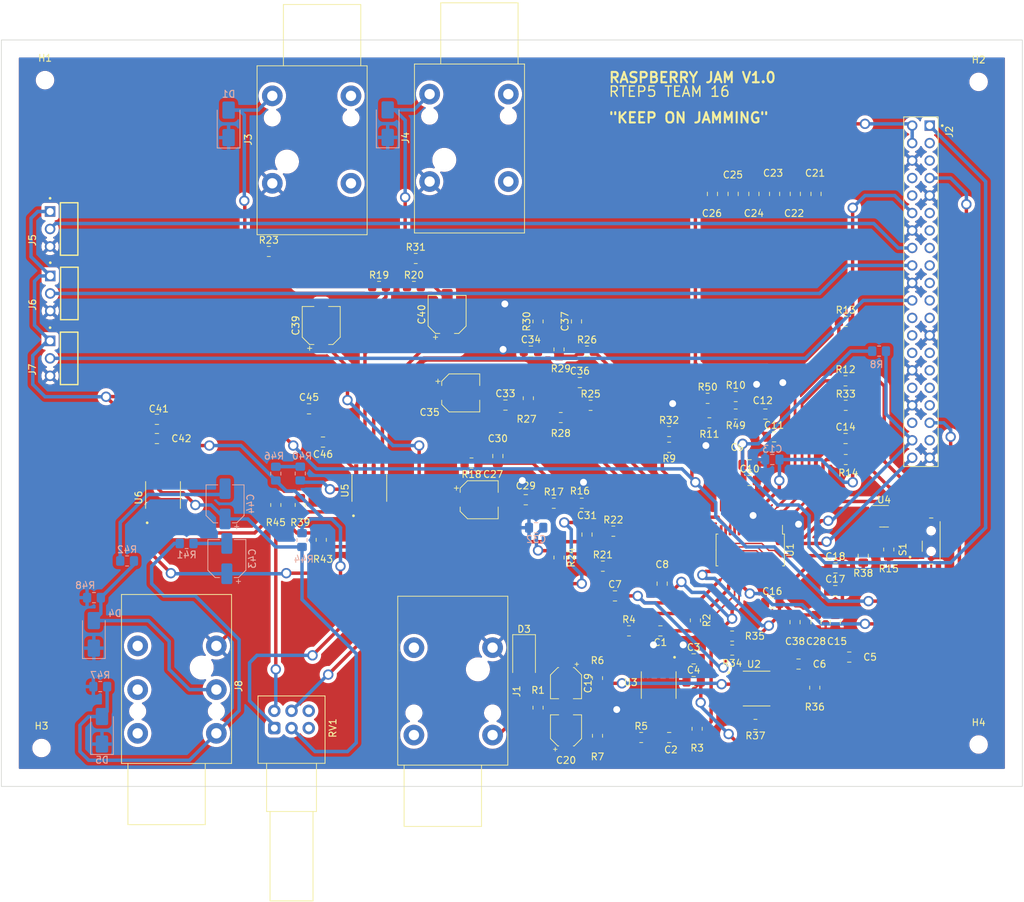
<source format=kicad_pcb>
(kicad_pcb (version 20221018) (generator pcbnew)
  (layers (0 "F.Cu" signal) (31 "B.Cu" signal) (34 "B.Paste" user) (35 "F.Paste" user) (36 "B.SilkS" user "B.Silkscreen") (37 "F.SilkS" user "F.Silkscreen") (38 "B.Mask" user) (39 "F.Mask" user) (44 "Edge.Cuts" user))
  (net 0 "")
  (net 1 "Net-(U3-OUTA)")
  (net 2 "Net-(U3--INA)")
  (net 3 "Net-(U3-OUTB)")
  (net 4 "Net-(U3--INB)")
  (net 5 "GND")
  (net 6 "ADC_IN1")
  (net 7 "VQ2")
  (net 8 "VQ3")
  (net 9 "ADC_IN2")
  (net 10 "Net-(U1-VD)")
  (net 11 "VQ1")
  (net 12 "Net-(U1-FILT+)")
  (net 13 "Net-(U3-+INA)")
  (net 14 "AIN1")
  (net 15 "Net-(U3-+INB)")
  (net 16 "AIN2")
  (net 17 "Net-(C27-Pad1)")
  (net 18 "Net-(U5-+INA)")
  (net 19 "Net-(C30-Pad2)")
  (net 20 "Net-(U5--INA)")
  (net 21 "Net-(U5-OUTA)")
  (net 22 "Net-(C32-Pad2)")
  (net 23 "Net-(C33-Pad2)")
  (net 24 "Net-(C34-Pad2)")
  (net 25 "Net-(C35-Pad1)")
  (net 26 "Net-(U5-+INB)")
  (net 27 "Net-(U5--INB)")
  (net 28 "Net-(U5-OUTB)")
  (net 29 "Net-(C39-Pad2)")
  (net 30 "Net-(C40-Pad2)")
  (net 31 "Net-(U6-OUTA)")
  (net 32 "Net-(C43-Pad2)")
  (net 33 "Net-(U6-OUTB)")
  (net 34 "Net-(C44-Pad2)")
  (net 35 "AOUT1")
  (net 36 "AOUT2")
  (net 37 "HPOUT2")
  (net 38 "HPOUT1")
  (net 43 "RPI_MCLK")
  (net 44 "PEDAL1")
  (net 45 "PEDAL2")
  (net 46 "PEDAL3")
  (net 54 "I2S_LRCK")
  (net 58 "I2S_SCLK")
  (net 67 "I2S_DOUT")
  (net 68 "I2S_DIN")
  (net 76 "ADC_VREF")
  (net 77 "Net-(U1-AD0{slash}~{CS}(I2S{slash}~{LJ}))")
  (net 78 "Net-(U1-SCL{slash}CCLK(M0))")
  (net 79 "Net-(U1-SDA{slash}CDIN(M1))")
  (net 80 "Net-(U1-LRCK)")
  (net 81 "Net-(U1-SCLK)")
  (net 82 "HW_RST")
  (net 83 "DAC1P")
  (net 84 "DAC1N")
  (net 85 "DAC2P")
  (net 86 "DAC2N")
  (net 87 "Net-(U1-MCLK)")
  (net 88 "Net-(U2-+INB)")
  (net 89 "CDC_RST")
  (net 90 "HP1")
  (net 91 "HP2")
  (net 92 "Net-(U6--INA)")
  (net 93 "Net-(U6--INB)")
  (net 99 "Net-(U2--INB)")
  (net 100 "+5V")
  (net 101 "+3.3V")
  (footprint "Connector_Audio:Jack_6.35mm_Neutrik_NRJ4HF_Horizontal" (layer "F.Cu") (at 184.404 50.546 90)
    (fp_text reference "J4")
    (fp_text value "NRJ4HF")
  )
  (footprint "Resistor_SMD:R_0805_2012Metric_Pad1.20x1.40mm_HandSolder" (layer "F.Cu") (at 225.044 85.598 180)
    (fp_text reference "R11")
    (fp_text value "0")
  )
  (footprint "Resistor_SMD:R_0805_2012Metric_Pad1.20x1.40mm_HandSolder" (layer "F.Cu") (at 161.036 60.706)
    (fp_text reference "R23")
    (fp_text value "47k")
  )
  (footprint "Capacitor_SMD:C_0805_2012Metric_Pad1.18x1.45mm_HandSolder" (layer "F.Cu") (at 225.488 52.3455 -90)
    (fp_text reference "C26")
    (fp_text value "0.1u")
  )
  (footprint "Resistor_SMD:R_0805_2012Metric_Pad1.20x1.40mm_HandSolder" (layer "F.Cu") (at 224.79 82.042)
    (fp_text reference "R50")
    (fp_text value "0")
  )
  (footprint "Resistor_SMD:R_0805_2012Metric_Pad1.20x1.40mm_HandSolder" (layer "F.Cu") (at 182.118 65.786)
    (fp_text reference "R20")
    (fp_text value "560")
  )
  (footprint "Resistor_SMD:R_0805_2012Metric_Pad1.20x1.40mm_HandSolder" (layer "F.Cu") (at 209.566 106.426)
    (fp_text reference "R21")
    (fp_text value "4.42k")
  )
  (footprint "Capacitor_SMD:C_0805_2012Metric_Pad1.18x1.45mm_HandSolder" (layer "F.Cu") (at 211.328 110.744)
    (fp_text reference "C7")
    (fp_text value "2700p")
  )
  (footprint "Capacitor_SMD:C_0805_2012Metric_Pad1.18x1.45mm_HandSolder" (layer "F.Cu") (at 244.8345 87.884)
    (fp_text reference "C14")
    (fp_text value "1u")
  )
  (footprint "Resistor_SMD:R_0805_2012Metric_Pad1.20x1.40mm_HandSolder" (layer "F.Cu") (at 211.09 101.346)
    (fp_text reference "R22")
    (fp_text value "2.32k")
  )
  (footprint "Capacitor_SMD:C_0805_2012Metric_Pad1.18x1.45mm_HandSolder" (layer "F.Cu") (at 237.998 120.65)
    (fp_text reference "C6")
    (fp_text value "0.1u")
  )
  (footprint "Capacitor_SMD:C_0805_2012Metric_Pad1.18x1.45mm_HandSolder" (layer "F.Cu") (at 234.518 52.3455 -90)
    (fp_text reference "C23")
    (fp_text value "1u")
  )
  (footprint "MountingHole:MountingHole_2.2mm_M2" (layer "F.Cu") (at 264.16 36.068)
    (fp_text reference "H2")
    (fp_text value "MountingHole")
  )
  (footprint "TSW-103-08-L-S-RA:SAMTEC_TSW-103-08-L-S-RA - bigger copper" (layer "F.Cu") (at 129.286 64.262 90)
    (fp_text reference "J6")
    (fp_text value "TSW-103-08-L-S-RA" hide)
  )
  (footprint "Resistor_SMD:R_0805_2012Metric_Pad1.20x1.40mm_HandSolder" (layer "F.Cu") (at 244.856 90.932 180)
    (fp_text reference "R14")
    (fp_text value "5.1k")
  )
  (footprint "Capacitor_SMD:C_0805_2012Metric_Pad1.18x1.45mm_HandSolder" (layer "F.Cu") (at 245.364 119.634)
    (fp_text reference "C5")
    (fp_text value "1u")
  )
  (footprint "Resistor_SMD:R_0805_2012Metric_Pad1.20x1.40mm_HandSolder" (layer "F.Cu") (at 206.502 97.282)
    (fp_text reference "R16")
    (fp_text value "1.33k")
  )
  (footprint "Resistor_SMD:R_0805_2012Metric_Pad1.20x1.40mm_HandSolder" (layer "F.Cu") (at 223.012 114.3 -90)
    (fp_text reference "R2")
    (fp_text value "91")
  )
  (footprint "Resistor_SMD:R_0805_2012Metric_Pad1.20x1.40mm_HandSolder" (layer "F.Cu") (at 207.264 75.184)
    (fp_text reference "R26")
    (fp_text value "4.42k")
  )
  (footprint "Capacitor_SMD:C_0805_2012Metric_Pad1.18x1.45mm_HandSolder" (layer "F.Cu") (at 207.264 101.8325 90)
    (fp_text reference "C31")
    (fp_text value "470p")
  )
  (footprint "Resistor_SMD:R_0805_2012Metric_Pad1.20x1.40mm_HandSolder" (layer "F.Cu") (at 244.856 83.058)
    (fp_text reference "R33")
    (fp_text value "33")
  )
  (footprint "Resistor_SMD:R_0805_2012Metric_Pad1.20x1.40mm_HandSolder" (layer "F.Cu") (at 162.052 97.536 90)
    (fp_text reference "R45")
    (fp_text value "22k")
  )
  (footprint "Capacitor_SMD:C_0805_2012Metric_Pad1.18x1.45mm_HandSolder" (layer "F.Cu") (at 222.758 123.19)
    (fp_text reference "C4")
    (fp_text value "0.1")
  )
  (footprint "Capacitor_SMD:C_0805_2012Metric_Pad1.18x1.45mm_HandSolder" (layer "F.Cu") (at 240.538 114.554 90)
    (fp_text reference "C28")
    (fp_text value "1u")
  )
  (footprint "Capacitor_SMD:C_0805_2012Metric_Pad1.18x1.45mm_HandSolder" (layer "F.Cu") (at 237.528 52.3455 -90)
    (fp_text reference "C22")
    (fp_text value "10u")
  )
  (footprint "TSW-103-08-L-S-RA:SAMTEC_TSW-103-08-L-S-RA" (layer "F.Cu") (at 129.2605 54.8975 90)
    (fp_text reference "J5")
    (fp_text value "TSW-103-08-L-S-RA" hide)
  )
  (footprint "Capacitor_SMD:C_0805_2012Metric_Pad1.18x1.45mm_HandSolder" (layer "F.Cu") (at 228.498 52.3455 -90)
    (fp_text reference "C25")
    (fp_text value "0.1u")
  )
  (footprint "Resistor_SMD:R_0805_2012Metric_Pad1.20x1.40mm_HandSolder" (layer "F.Cu") (at 208.788 122.682 -90)
    (fp_text reference "R6")
    (fp_text value "10k")
  )
  (footprint "Capacitor_SMD:C_0805_2012Metric_Pad1.18x1.45mm_HandSolder" (layer "F.Cu") (at 230.886 93.98)
    (fp_text reference "C10")
    (fp_text value "0.1u")
  )
  (footprint "Capacitor_SMD:C_0805_2012Metric_Pad1.18x1.45mm_HandSolder" (layer "F.Cu") (at 168.91 88.392)
    (fp_text reference "C46")
    (fp_text value "0.1")
  )
  (footprint "Capacitor_SMD:C_0805_2012Metric_Pad1.18x1.45mm_HandSolder" (layer "F.Cu") (at 233.172 84.328)
    (fp_text reference "C12")
    (fp_text value "1u")
  )
  (footprint "Capacitor_SMD:C_0805_2012Metric_Pad1.18x1.45mm_HandSolder" (layer "F.Cu") (at 230.886 91.694)
    (fp_text reference "C9")
    (fp_text value "1u")
  )
  (footprint "OPA1656ID:SOIC127P599X175-8N" (layer "F.Cu") (at 231.902 124.206)
    (fp_text reference "U2")
    (fp_text value "OPA1656ID")
  )
  (footprint "2-826656-0:TE_2-826656-0" (layer "F.Cu") (at 255.778 66.548 -90)
    (fp_text reference "J2")
    (fp_text value "2-826656-0")
  )
  (footprint "EG1215AA:SW_EG1215AA" (layer "F.Cu") (at 257.268 102.776 90)
    (fp_text reference "S1")
    (fp_text value "EG1215AA")
  )
  (footprint "Resistor_SMD:R_0805_2012Metric_Pad1.20x1.40mm_HandSolder" (layer "F.Cu") (at 223.266 130.048 90)
    (fp_text reference "R3")
    (fp_text value "91")
  )
  (footprint "Capacitor_SMD:C_0805_2012Metric_Pad1.18x1.45mm_HandSolder" (layer "F.Cu") (at 222.758 119.888)
    (fp_text reference "C3")
    (fp_text value "1u")
  )
  (footprint "Resistor_SMD:R_0805_2012Metric_Pad1.20x1.40mm_HandSolder" (layer "F.Cu") (at 228.87 84.328 180)
    (fp_text reference "R49")
    (fp_text value "0")
  )
  (footprint "Capacitor_SMD:CP_Elec_4x5.4" (layer "F.Cu") (at 204.216 123.422 -90)
    (fp_text reference "C19")
    (fp_text value "10u")
  )
  (footprint "TSW-103-08-L-S-RA:SAMTEC_TSW-103-08-L-S-RA - bigger copper" (layer "F.Cu") (at 129.2605 73.6935 90)
    (fp_text reference "J7")
    (fp_text value "TSW-103-08-L-S-RA" hide)
  )
  (footprint "Capacitor_SMD:C_0805_2012Metric_Pad1.18x1.45mm_HandSolder" (layer "F.Cu") (at 234.442 87.63)
    (fp_text reference "C11")
    (fp_text value "0.1u")
  )
  (footprint "Capacitor_SMD:C_0805_2012Metric_Pad1.18x1.45mm_HandSolder" (layer "F.Cu") (at 199.1145 75.184)
    (fp_text reference "C34")
    (fp_text value "2200p")
  )
  (footprint "Capacitor_SMD:C_0805_2012Metric_Pad1.18x1.45mm_HandSolder" (layer "F.Cu") (at 144.78 85.09 180)
    (fp_text reference "C41")
    (fp_text value "1u")
  )
  (footprint "Capacitor_SMD:C_0805_2012Metric_Pad1.18x1.45mm_HandSolder" (layer "F.Cu") (at 231.508 52.3455 -90)
    (fp_text reference "C24")
    (fp_text value "1u")
  )
  (footprint "Connector_Audio:Jack_6.35mm_Neutrik_NRJ4HF_Horizontal" (layer "F.Cu") (at 161.544 50.8 90)
    (fp_text reference "J3")
    (fp_text value "NRJ4HF")
  )
  (footprint "MountingHole:MountingHole_2.2mm_M2" (layer "F.Cu") (at 264.16 132.334)
    (fp_text reference "H4")
    (fp_text value "MountingHole")
  )
  (footprint "Resistor_SMD:R_0805_2012Metric_Pad1.20x1.40mm_HandSolder" (layer "F.Cu") (at 165.608 97.536 -90)
    (fp_text reference "R39")
    (fp_text value "0")
  )
  (footprint "OPA1656ID:SOIC127P599X175-8N" (layer "F.Cu") (at 217.678 123.698 -90)
    (fp_text reference "U3")
    (fp_text value "OPA1656ID")
  )
  (footprint "Capacitor_SMD:C_0805_2012Metric_Pad1.18x1.45mm_HandSolder" (layer "F.Cu") (at 144.78 87.884 180)
    (fp_text reference "C42")
    (fp_text value "0.1u")
  )
  (footprint "Capacitor_SMD:C_0805_2012Metric_Pad1.18x1.45mm_HandSolder" (layer "F.Cu") (at 219.202 131.318 180)
    (fp_text reference "C2")
    (fp_text value "470p")
  )
  (footprint "Resistor_SMD:R_0805_2012Metric_Pad1.20x1.40mm_HandSolder" (layer "F.Cu") (at 228.362 118.618)
    (fp_text reference "R34")
    (fp_text value "0")
  )
  (footprint "Resistor_SMD:R_0805_2012Metric_Pad1.20x1.40mm_HandSolder" (layer "F.Cu") (at 203.454 84.836 180)
    (fp_text reference "R28")
    (fp_text value "715")
  )
  (footprint "Capacitor_SMD:C_0805_2012Metric_Pad1.18x1.45mm_HandSolder" (layer "F.Cu") (at 206.2265 79.756)
    (fp_text reference "C36")
    (fp_text value "1.5n")
  )
  (footprint "Capacitor_SMD:C_0805_2012Metric_Pad1.18x1.45mm_HandSolder" (layer "F.Cu") (at 194.31 90.424 -90)
    (fp_text reference "C30")
    (fp_text value "6.8n")
  )
  (footprint "Resistor_SMD:R_0805_2012Metric_Pad1.20x1.40mm_HandSolder" (layer "F.Cu") (at 202.438 97.282)
    (fp_text reference "R17")
    (fp_text value "715")
  )
  (footprint "Diode_SMD:D_SMA" (layer "F.Cu") (at 198.12 119.888 -90)
    (fp_text reference "D3")
    (fp_text value "SMAJ10CA")
  )
  (footprint "Resistor_SMD:R_0805_2012Metric_Pad1.20x1.40mm_HandSolder" (layer "F.Cu") (at 244.856 70.866)
    (fp_text reference "R13")
    (fp_text value "33")
  )
  (footprint "Capacitor_SMD:C_0805_2012Metric_Pad1.18x1.45mm_HandSolder" (layer "F.Cu") (at 195.4155 83.026)
    (fp_text reference "C33")
    (fp_text value "6.8n")
  )
  (footprint "Capacitor_SMD:C_0805_2012Metric_Pad1.18x1.45mm_HandSolder" (layer "F.Cu") (at 166.878 83.566)
    (fp_text reference "C45")
    (fp_text value "1u")
  )
  (footprint "Resistor_SMD:R_0805_2012Metric_Pad1.20x1.40mm_HandSolder" (layer "F.Cu") (at 182.388 61.722)
    (fp_text reference "R31")
    (fp_text value "47k")
  )
  (footprint "Resistor_SMD:R_0805_2012Metric_Pad1.20x1.40mm_HandSolder" (layer "F.Cu") (at 213.36 115.824)
    (fp_text reference "R4")
    (fp_text value "634")
  )
  (footprint "Resistor_SMD:R_0805_2012Metric_Pad1.20x1.40mm_HandSolder" (layer "F.Cu") (at 244.8185 79.502)
    (fp_text reference "R12")
    (fp_text value "33")
  )
  (footprint "Capacitor_SMD:C_0805_2012Metric_Pad1.18x1.45mm_HandSolder" (layer "F.Cu") (at 237.49 114.554 90)
    (fp_text reference "C38")
    (fp_text value "0.1u")
  )
  (footprint "Resistor_SMD:R_0805_2012Metric_Pad1.20x1.40mm_HandSolder" (layer "F.Cu") (at 219.202 89.154 180)
    (fp_text reference "R9")
    (fp_text value "10k")
  )
  (footprint "Capacitor_SMD:C_0805_2012Metric_Pad1.18x1.45mm_HandSolder" (layer "F.Cu") (at 198.374 96.774 180)
    (fp_text reference "C29")
    (fp_text value "1.5n")
  )
  (footprint "Resistor_SMD:R_0805_2012Metric_Pad1.20x1.40mm_HandSolder" (layer "F.Cu") (at 228.346 116.586)
    (fp_text reference "R35")
    (fp_text value "0")
  )
  (footprint "Resistor_SMD:R_0805_2012Metric_Pad1.20x1.40mm_HandSolder" (layer "F.Cu") (at 168.656 102.6 90)
    (fp_text reference "R43")
    (fp_text value "11k")
  )
  (footprint "Resistor_SMD:R_0805_2012Metric_Pad1.20x1.40mm_HandSolder" (layer "F.Cu") (at 203.2 105.172 -90)
    (fp_text reference "R24")
    (fp_text value "4.99k")
  )
  (footprint "Capacitor_SMD:C_0805_2012Metric_Pad1.18x1.45mm_HandSolder" (layer "F.Cu") (at 217.932 115.824 180)
    (fp_text reference "C1")
    (fp_text value "470p")
  )
  (footprint "Capacitor_SMD:C_0805_2012Metric_Pad1.18x1.45mm_HandSolder" (layer "F.Cu") (at 205.74 70.866 90)
    (fp_text reference "C37")
    (fp_text value "470p")
  )
  (footprint "Capacitor_SMD:C_0805_2012Metric_Pad1.18x1.45mm_HandSolder" (layer "F.Cu") (at 234.188 111.76)
    (fp_text reference "C16")
    (fp_text value "0.1u")
  )
  (footprint "MountingHole:MountingHole_2.2mm_M2" (layer "F.Cu") (at 128.016 132.842)
    (fp_text reference "H3")
    (fp_text value "MountingHole")
  )
  (footprint "Resistor_SMD:R_0805_2012Metric_Pad1.20x1.40mm_HandSolder" (layer "F.Cu") (at 203.2 74.93 -90)
    (fp_text reference "R29")
    (fp_text value "2.32k")
  )
  (footprint "Capacitor_SMD:CP_Elec_4x5.4" (layer "F.Cu") (at 204.216 130.28 90)
    (fp_text reference "C20")
    (fp_text value "10u")
  )
  (footprint "Resistor_SMD:R_0805_2012Metric_Pad1.20x1.40mm_HandSolder" (layer "F.Cu") (at 231.734 129.413 180)
    (fp_text reference "R37")
    (fp_text value "500")
  )
  (footprint "Resistor_SMD:R_0805_2012Metric_Pad1.20x1.40mm_HandSolder" (layer "F.Cu") (at 219.186 86.868)
    (fp_text reference "R32")
    (fp_text value "10k")
  )
  (footprint "Capacitor_SMD:C_0805_2012Metric_Pad1.18x1.45mm_HandSolder" (layer "F.Cu") (at 218.186 108.966 90)
    (fp_text reference "C8")
    (fp_text value "2700p")
  )
  (footprint "Capacitor_SMD:CP_Elec_5x5.7" (layer "F.Cu") (at 168.656 71.46 90)
    (fp_text reference "C39")
    (fp_text value "22u")
  )
  (footprint "Resistor_SMD:R_0805_2012Metric_Pad1.20x1.40mm_HandSolder" (layer "F.Cu") (at 247.396 104.902 -90)
    (fp_text reference "R38")
    (fp_text value "100k")
  )
  (footprint "OPA1656ID:SOIC127P599X175-8N" (layer "F.Cu") (at 145.669 96.082 90)
    (fp_text reference "U6")
    (fp_text value "OPA1656ID")
  )
  (footprint "OPA1656ID:SOIC127P599X175-8N" (layer "F.Cu") (at 175.641 95.066 90)
    (fp_text reference "U5")
    (fp_text value "OPA1656ID")
  )
  (footprint "Resistor_SMD:R_0805_2012Metric_Pad1.20x1.40mm_HandSolder" (layer "F.Cu") (at 177.054 65.786)
    (fp_text reference "R19")
    (fp_text value "560")
  )
  (footprint "MountingHole:MountingHole_2.2mm_M2" (layer "F.Cu") (at 128.524 35.814)
    (fp_text reference "H1")
    (fp_text value "MountingHole")
  )
  (footprint "Capacitor_SMD:C_0805_2012Metric_Pad1.18x1.45mm_HandSolder" (layer "F.Cu") (at 243.332 114.554 90)
    (fp_text reference "C15")
    (fp_text value "1u")
  )
  (footprint "Resistor_SMD:R_0805_2012Metric_Pad1.20x1.40mm_HandSolder" (layer "F.Cu") (at 207.788 83.058)
    (fp_text reference "R25")
    (fp_text value "1.33k")
  )
  (footprint "Capacitor_SMD:C_0805_2012Metric_Pad1.18x1.45mm_HandSolder" (layer "F.Cu") (at 240.538 52.3455 -90)
    (fp_text reference "C21")
    (fp_text value "10u")
  )
  (footprint "Package_SO:TSSOP-28_4.4x9.7mm_P0.65mm" (layer "F.Cu") (at 230.979 104.0715 -90)
    (fp_text reference "U1")
    (fp_text value "CS4271")
  )
  (footprint "Capacitor_SMD:CP_Elec_5x5.7" (layer "F.Cu") (at 191.602 96.774)
    (fp_text reference "C27")
    (fp_text value "22u")
  )
  (footprint "Package_TO_SOT_SMD:SOT-23" (layer "F.Cu") (at 250.42 99.179)
    (fp_text reference "U4")
    (fp_text value "LM809")
  )
  (footprint "Resistor_SMD:R_0805_2012Metric_Pad1.20x1.40mm_HandSolder" (layer "F.Cu") (at 200.152 126.984 90)
    (fp_text reference "R1")
    (fp_text value "0")
  )
  (footprint "Capacitor_SMD:CP_Elec_5x5.7" (layer "F.Cu") (at 186.944 69.85 90)
    (fp_text reference "C40")
    (fp_text value "22u")
  )
  (footprint "Resistor_SMD:R_0805_2012Metric_Pad1.20x1.40mm_HandSolder" (layer "F.Cu") (at 200.152 70.866 90)
    (fp_text reference "R30")
    (fp_text value "4.99k")
  )
  (footprint "Capacitor_SMD:C_0805_2012Metric_Pad1.18x1.45mm_HandSolder" (layer "F.Cu") (at 243.3535 106.68)
    (fp_text reference "C18")
    (fp_text value "47u")
  )
  (footprint "Resistor_SMD:R_0805_2012Metric_Pad1.20x1.40mm_HandSolder" (layer "F.Cu") (at 208.788 131.064 90)
    (fp_text reference "R7")
    (fp_text value "10k")
  )
  (footprint "Resistor_SMD:R_0805_2012Metric_Pad1.20x1.40mm_HandSolder" (layer "F.Cu") (at 198.739 82.026 90)
    (fp_text reference "R27")
    (fp_text value "1.5k")
  )
  (footprint "Resistor_SMD:R_0805_2012Metric_Pad1.20x1.40mm_HandSolder" (layer "F.Cu") (at 251.1035 104.005 90)
    (fp_text reference "R15")
    (fp_text value "1k")
  )
  (footprint "Potentiometer_THT:Potentiometer_Alps_RK097_Dual_Horizontal" (layer "F.Cu") (at 161.838 129.946 90)
    (fp_text reference "RV1")
    (fp_text value "RK09712200MT")
  )
  (footprint "Capacitor_SMD:CP_Elec_5x5.7" (layer "F.Cu") (at 188.919 81.248)
    (fp_text reference "C35")
    (fp_text value "22u")
  )
  (footprint "Resistor_SMD:R_0805_2012Metric_Pad1.20x1.40mm_HandSolder" (layer "F.Cu") (at 190.484 91.44 180)
    (fp_text reference "R18")
    (fp_text value "1.5k")
  )
  (footprint "Resistor_SMD:R_0805_2012Metric_Pad1.20x1.40mm_HandSolder" (layer "F.Cu") (at 228.87 81.788)
    (fp_text reference "R10")
    (fp_text value "0")
  )
  (footprint "Resistor_SMD:R_0805_2012Metric_Pad1.20x1.40mm_HandSolder" (layer "F.Cu") (at 240.354 124.079 -90)
    (fp_text reference "R36")
    (fp_text value "500")
  )
  (footprint "Resistor_SMD:R_0805_2012Metric_Pad1.20x1.40mm_HandSolder" (layer "F.Cu") (at 215.138 131.318)
    (fp_text reference "R5")
    (fp_text value "634")
  )
  (footprint "Capacitor_SMD:C_0805_2012Metric_Pad1.18x1.45mm_HandSolder" (layer "F.Cu") (at 243.332 109.982)
    (fp_text reference "C17")
    (fp_text value "0.1u")
  )
  (footprint "Connector_Audio:Jack_6.35mm_Neutrik_NRJ6HF_Horizontal" (layer "F.Cu") (at 153.416 118.008 -90)
    (fp_text reference "J8")
    (fp_text value "NRJ6HF")
  )
  (footprint "Connector_Audio:Jack_6.35mm_Neutrik_NRJ4HF_Horizontal" (layer "F.Cu") (at 193.548 118.262 -90)
    (fp_text reference "J1")
    (fp_text value "NRJ4HF")
  )
  (footprint "Diode_SMD:D_SMA" (layer "B.Cu") (at 135.62 116.332 90)
    (fp_text reference "D4")
    (fp_text value "SMAJ10CA")
  )
  (footprint "Resistor_SMD:R_0805_2012Metric_Pad1.20x1.40mm_HandSolder" (layer "B.Cu") (at 165.608 92.964 90)
    (fp_text reference "R40")
    (fp_text value "0")
  )
  (footprint "Resistor_SMD:R_0805_2012Metric_Pad1.20x1.40mm_HandSolder" (layer "B.Cu") (at 162.052 92.98 90)
    (fp_text reference "R46")
    (fp_text value "22k")
  )
  (footprint "Resistor_SMD:R_0805_2012Metric_Pad1.20x1.40mm_HandSolder" (layer "B.Cu") (at 140.446 105.664 180)
    (fp_text reference "R42")
    (fp_text value "560")
  )
  (footprint "Capacitor_SMD:C_0805_2012Metric_Pad1.18x1.45mm_HandSolder" (layer "B.Cu") (at 234.188 90.932)
    (fp_text reference "C13")
    (fp_text value "0.1u")
  )
  (footprint "Resistor_SMD:R_0805_2012Metric_Pad1.20x1.40mm_HandSolder" (layer "B.Cu") (at 135.636 110.998 180)
    (fp_text reference "R48")
    (fp_text value "47k")
  )
  (footprint "Resistor_SMD:R_0805_2012Metric_Pad1.20x1.40mm_HandSolder" (layer "B.Cu") (at 249.698 75.184)
    (fp_text reference "R8")
    (fp_text value "47k")
  )
  (footprint "Resistor_SMD:R_0805_2012Metric_Pad1.20x1.40mm_HandSolder" (layer "B.Cu") (at 136.54725 123.92 180)
    (fp_text reference "R47")
    (fp_text value "47k")
  )
  (footprint "Resistor_SMD:R_0805_2012Metric_Pad1.20x1.40mm_HandSolder" (layer "B.Cu") (at 165.862 102.632 90)
    (fp_text reference "R44")
    (fp_text value "11k")
  )
  (footprint "Capacitor_SMD:CP_Elec_5x5.7" (layer "B.Cu") (at 154.686 97.368 90)
    (fp_text reference "C44")
    (fp_text value "22u")
  )
  (footprint "Capacitor_SMD:C_0805_2012Metric_Pad1.18x1.45mm_HandSolder" (layer "B.Cu") (at 199.8765 100.838)
    (fp_text reference "C32")
    (fp_text value "2200p")
  )
  (footprint "Capacitor_SMD:CP_Elec_5x5.7" (layer "B.Cu") (at 154.94 105.324 90)
    (fp_text reference "C43")
    (fp_text value "22u")
  )
  (footprint "Diode_SMD:D_SMA" (layer "B.Cu") (at 136.80125 130.27 90)
    (fp_text reference "D5")
    (fp_text value "SMAJ10CA")
  )
  (footprint "Diode_SMD:D_SMA" (layer "B.Cu") (at 155.194 42.164 90)
    (fp_text reference "D1")
    (fp_text value "SMAJ10CA")
  )
  (footprint "Diode_SMD:D_SMA" (layer "B.Cu") (at 178.308 42.132 90)
    (fp_text reference "D2" hide)
    (fp_text value "SMAJ10CA")
  )
  (footprint "Resistor_SMD:R_0805_2012Metric_Pad1.20x1.40mm_HandSolder" (layer "B.Cu") (at 149.098 103.124)
    (fp_text reference "R41")
    (fp_text value "560")
  )
  (gr_rect (start 122.184 29.977) (end 270.51 138.425) (stroke (width 0.1)) (fill none) (layer "Edge.Cuts"))
  (gr_text "RASPBERRY JAM V1.0" (at 210.312 36.322) (layer "F.SilkS") (effects (font (size 1.5 1.5) (thickness 0.3) bold) (justify left bottom)))
  (gr_text "{dblquote}KEEP ON JAMMING{dblquote}" (at 210.312 42.164) (layer "F.SilkS") (effects (font (size 1.5 1.5) (thickness 0.3) bold) (justify left bottom)))
  (gr_text "RTEP5 TEAM 16\n" (at 210.312 38.354) (layer "F.SilkS") (effects (font (size 1.5 1.5) (thickness 0.2)) (justify left bottom)))
  (segment (start 222.488 115.824) (end 223.012 115.3) (width 0.5) (layer "F.Cu") (net 1))
  (segment (start 218.9695 115.824) (end 219.456 116.3105) (width 0.5) (layer "F.Cu") (net 1))
  (segment (start 218.9695 115.824) (end 222.488 115.824) (width 0.5) (layer "F.Cu") (net 1))
  (segment (start 219.456 116.3105) (end 219.456 121.101) (width 0.5) (layer "F.Cu") (net 1))
  (segment (start 219.456 121.101) (end 219.583 121.228) (width 0.25) (layer "F.Cu") (net 1))
  (segment (start 216.8945 115.824) (end 218.313 117.2425) (width 0.5) (layer "F.Cu") (net 2))
  (segment (start 218.313 117.2425) (end 218.313 121.228) (width 0.5) (layer "F.Cu") (net 2))
  (segment (start 214.36 115.824) (end 216.8945 115.824) (width 0.5) (layer "F.Cu") (net 2))
  (segment (start 220.2395 129.079499) (end 220.2395 131.318) (width 0.5) (layer "F.Cu") (net 3))
  (segment (start 218.313 126.168) (end 218.313 127.152999) (width 0.25) (layer "F.Cu") (net 3))
  (segment (start 218.313 127.152999) (end 220.2395 129.079499) (width 0.5) (layer "F.Cu") (net 3))
  (segment (start 220.996 131.318) (end 223.266 129.048) (width 0.5) (layer "F.Cu") (net 3))
  (segment (start 220.2395 131.318) (end 220.996 131.318) (width 0.5) (layer "F.Cu") (net 3))
  (segment (start 217.043 126.168) (end 217.043 129.413) (width 0.5) (layer "F.Cu") (net 4))
  (segment (start 216.138 131.318) (end 218.1645 131.318) (width 0.5) (layer "F.Cu") (net 4))
  (segment (start 216.138 130.318) (end 216.138 131.318) (width 0.5) (layer "F.Cu") (net 4))
  (segment (start 217.043 129.413) (end 216.138 130.318) (width 0.5) (layer "F.Cu") (net 4))
  (segment (start 237.528 53.383) (end 234.518 53.383) (width 0.5) (layer "F.Cu") (net 5))
  (segment (start 224.028 88.392) (end 224.028 85.614) (width 0.5) (layer "F.Cu") (net 5))
  (segment (start 224.536 88.9) (end 224.028 88.392) (width 0.5) (layer "F.Cu") (net 5))
  (segment (start 197.866 93.98) (end 197.3365 94.5095) (width 0.5) (layer "F.Cu") (net 5))
  (segment (start 231.902 80.01) (end 230.632 80.01) (width 0.5) (layer "F.Cu") (net 5))
  (segment (start 237.744 100.076) (end 237.998 100.33) (width 0.25) (layer "F.Cu") (net 5))
  (segment (start 229.87 80.772) (end 229.87 81.788) (width 0.5) (layer "F.Cu") (net 5))
  (segment (start 229.432 126.111) (end 230.734 127.413) (width 0.5) (layer "F.Cu") (net 5))
  (segment (start 228.498 53.383) (end 231.508 53.383) (width 0.5) (layer "F.Cu") (net 5))
  (segment (start 224.028 85.614) (end 224.044 85.598) (width 0.5) (layer "F.Cu") (net 5))
  (segment (start 237.528 53.383) (end 240.538 53.383) (width 0.5) (layer "F.Cu") (net 5))
  (segment (start 231.394 99.06) (end 230.654 99.8) (width 0.5) (layer "F.Cu") (net 5))
  (segment (start 225.488 53.383) (end 228.498 53.383) (width 0.5) (layer "F.Cu") (net 5))
  (segment (start 221.7205 118.3425) (end 221.234 117.856) (width 0.5) (layer "F.Cu") (net 5))
  (segment (start 230.734 127.413) (end 230.734 129.413) (width 0.5) (layer "F.Cu") (net 5))
  (segment (start 234.995688 100.076) (end 234.554 100.517688) (width 0.25) (layer "F.Cu") (net 5))
  (segment (start 236.474 100.076) (end 237.744 100.076) (width 0.5) (layer "F.Cu") (net 5))
  (segment (start 234.518 53.383) (end 231.508 53.383) (width 0.5) (layer "F.Cu") (net 5))
  (segment (start 230.654 99.8) (end 230.654 101.209) (width 0.5) (layer "F.Cu") (net 5))
  (segment (start 236.474 100.076) (end 234.995688 100.076) (width 0.25) (layer "F.Cu") (net 5))
  (segment (start 221.7205 119.888) (end 221.7205 118.3425) (width 0.5) (layer "F.Cu") (net 5))
  (segment (start 230.632 80.01) (end 229.87 80.772) (width 0.5) (layer "F.Cu") (net 5))
  (segment (start 195.326 75.184) (end 198.077 75.184) (width 0.5) (layer "F.Cu") (net 5))
  (segment (start 230.654 106.934) (end 230.654 108.226) (width 0.3) (layer "F.Cu") (net 5))
  (segment (start 195.072 74.93) (end 195.326 75.184) (width 0.5) (layer "F.Cu") (net 5))
  (segment (start 197.3365 94.5095) (end 197.3365 96.774) (width 0.5) (layer "F.Cu") (net 5))
  (segment (start 234.554 100.517688) (end 234.554 101.209) (width 0.25) (layer "F.Cu") (net 5))
  (segment (start 230.654 108.226) (end 231.14 108.712) (width 0.3) (layer "F.Cu") (net 5))
  (via (at 211.582 127.254) (size 1.5) (drill 1) (layers "F.Cu" "B.Cu") (net 5))
  (via (at 197.866 93.98) (size 1.5) (drill 1) (layers "F.Cu" "B.Cu") (net 5))
  (via (at 235.712 79.756) (size 1.5) (drill 1) (layers "F.Cu" "B.Cu") (net 5))
  (via (at 206.756 94.234) (size 1.5) (drill 1) (layers "F.Cu" "B.Cu") (net 5))
  (via (at 219.71 82.804) (size 1.5) (drill 1) (layers "F.Cu" "B.Cu") (net 5))
  (via (at 216.916 117.856) (size 1.5) (drill 1) (layers "F.Cu" "B.Cu") (net 5))
  (via (at 224.536 88.9) (size 1.5) (drill 1) (layers "F.Cu" "B.Cu") (net 5))
  (via (at 221.234 117.856) (size 1.5) (drill 1) (layers "F.Cu" "B.Cu") (net 5))
  (via (at 195.326 68.326) (size 1.5) (drill 1) (layers "F.Cu" "B.Cu") (net 5))
  (via (at 237.998 100.33) (size 1.5) (drill 1) (layers "F.Cu" "B.Cu") (net 5))
  (via (at 231.394 99.06) (size 1.5) (drill 1) (layers "F.Cu" "B.Cu") (net 5))
  (via (at 231.902 80.01) (size 1.5) (drill 1) (layers "F.Cu" "B.Cu") (net 5))
  (via (at 195.072 74.93) (size 1.5) (drill 1) (layers "F.Cu" "B.Cu") (net 5))
  (segment (start 195.072 74.93) (end 194.564 74.422) (width 0.6) (layer "B.Cu") (net 5))
  (segment (start 206.756 94.234) (end 206.502 93.98) (width 0.5) (layer "B.Cu") (net 5))
  (segment (start 194.564 69.088) (end 195.326 68.326) (width 0.6) (layer "B.Cu") (net 5))
  (segment (start 219.71 82.804) (end 219.71 83.058) (width 0.5) (layer "B.Cu") (net 5))
  (segment (start 221.234 117.856) (end 216.916 117.856) (width 0.5) (layer "B.Cu") (net 5))
  (segment (start 224.536 87.884) (end 224.536 88.9) (width 0.5) (layer "B.Cu") (net 5))
  (segment (start 206.502 93.98) (end 197.866 93.98) (width 0.5) (layer "B.Cu") (net 5))
  (segment (start 194.564 74.422) (end 194.564 69.088) (width 0.6) (layer "B.Cu") (net 5))
  (segment (start 236.728 99.06) (end 231.394 99.06) (width 0.5) (layer "B.Cu") (net 5))
  (segment (start 219.71 83.058) (end 224.536 87.884) (width 0.5) (layer "B.Cu") (net 5))
  (segment (start 231.902 80.01) (end 232.156 79.756) (width 0.5) (layer "B.Cu") (net 5))
  (segment (start 232.156 79.756) (end 235.712 79.756) (width 0.5) (layer "B.Cu") (net 5))
  (segment (start 237.998 100.33) (end 236.728 99.06) (width 0.5) (layer "B.Cu") (net 5))
  (segment (start 210.2905 110.744) (end 212.8465 113.3) (width 0.5) (layer "F.Cu") (net 6))
  (segment (start 210.2905 110.744) (end 210.2905 114.0245) (width 0.5) (layer "F.Cu") (net 6))
  (segment (start 212.8465 113.3) (end 214.884 113.3) (width 0.5) (layer "F.Cu") (net 6))
  (segment (start 212.09 115.824) (end 212.36 115.824) (width 0.5) (layer "F.Cu") (net 6))
  (segment (start 224.266 113.3) (end 223.012 113.3) (width 0.5) (layer "F.Cu") (net 6))
  (segment (start 223.012 113.3) (end 214.884 113.3) (width 0.5) (layer "F.Cu") (net 6))
  (segment (start 227.838 109.22) (end 227.838 109.728) (width 0.5) (layer "F.Cu") (net 6))
  (segment (start 227.838 109.22) (end 227.838 108.966) (width 0.25) (layer "F.Cu") (net 6))
  (segment (start 227.838 109.728) (end 224.266 113.3) (width 0.5) (layer "F.Cu") (net 6))
  (segment (start 228.054 108.75) (end 228.054 106.934) (width 0.25) (layer "F.Cu") (net 6))
  (segment (start 227.838 108.966) (end 228.054 108.75) (width 0.25) (layer "F.Cu") (net 6))
  (segment (start 210.2905 114.0245) (end 212.09 115.824) (width 0.5) (layer "F.Cu") (net 6))
  (segment (start 227.33 118.65) (end 227.362 118.618) (width 0.25) (layer "F.Cu") (net 7))
  (segment (start 223.269312 111.76) (end 226.569656 108.459656) (width 0.5) (layer "F.Cu") (net 7))
  (segment (start 214.63 110.744) (end 215.646 111.76) (width 0.5) (layer "F.Cu") (net 7))
  (segment (start 214.63 110.744) (end 212.3655 110.744) (width 0.5) (layer "F.Cu") (net 7))
  (segment (start 227.404 107.625312) (end 227.404 106.934) (width 0.25) (layer "F.Cu") (net 7))
  (segment (start 227.33 120.904) (end 227.33 118.65) (width 0.5) (layer "F.Cu") (net 7))
  (segment (start 215.646 111.76) (end 223.269312 111.76) (width 0.5) (layer "F.Cu") (net 7))
  (segment (start 227.076 121.158) (end 227.33 120.904) (width 0.5) (layer "F.Cu") (net 7))
  (segment (start 226.569656 108.459656) (end 227.404 107.625312) (width 0.25) (layer "F.Cu") (net 7))
  (via (at 214.63 110.744) (size 1.5) (drill 1) (layers "F.Cu" "B.Cu") (net 7))
  (via (at 227.076 121.158) (size 1.5) (drill 1) (layers "F.Cu" "B.Cu") (net 7))
  (segment (start 217.17 111.76) (end 215.646 111.76) (width 0.5) (layer "B.Cu") (net 7))
  (segment (start 227.076 121.158) (end 226.568 121.158) (width 0.5) (layer "B.Cu") (net 7))
  (segment (start 215.646 111.76) (end 214.63 110.744) (width 0.5) (layer "B.Cu") (net 7))
  (segment (start 226.568 121.158) (end 217.17 111.76) (width 0.5) (layer "B.Cu") (net 7))
  (segment (start 228.346 112.776) (end 228.346 114.046) (width 0.5) (layer "F.Cu") (net 8))
  (segment (start 227.346 115.046) (end 228.346 114.046) (width 0.5) (layer "F.Cu") (net 8))
  (segment (start 219.6885 110.0035) (end 218.186 110.0035) (width 0.5) (layer "F.Cu") (net 8))
  (segment (start 227.346 116.078) (end 227.346 115.046) (width 0.5) (layer "F.Cu") (net 8))
  (segment (start 228.6 112.522) (end 228.346 112.776) (width 0.5) (layer "F.Cu") (net 8))
  (segment (start 220.98 108.712) (end 219.6885 110.0035) (width 0.5) (layer "F.Cu") (net 8))
  (segment (start 229.354 111.768) (end 229.354 106.934) (width 0.25) (layer "F.Cu") (net 8))
  (segment (start 228.6 112.522) (end 229.354 111.768) (width 0.25) (layer "F.Cu") (net 8))
  (via (at 228.346 114.046) (size 1.5) (drill 1) (layers "F.Cu" "B.Cu") (net 8))
  (via (at 220.98 108.712) (size 1.5) (drill 1) (layers "F.Cu" "B.Cu") (net 8))
  (segment (start 222.504 110.236) (end 224.282 110.236) (width 0.5) (layer "B.Cu") (net 8))
  (segment (start 224.282 110.236) (end 228.092 114.046) (width 0.5) (layer "B.Cu") (net 8))
  (segment (start 228.092 114.046) (end 228.346 114.046) (width 0.5) (layer "B.Cu") (net 8))
  (segment (start 220.98 108.712) (end 222.504 110.236) (width 0.5) (layer "B.Cu") (net 8))
  (segment (start 222.8045 105.8715) (end 228.332812 105.8715) (width 0.25) (layer "F.Cu") (net 9))
  (segment (start 228.704 110.64) (end 228.704 106.934) (width 0.25) (layer "F.Cu") (net 9))
  (segment (start 214.138 131.318) (end 214.138 132.604) (width 0.5) (layer "F.Cu") (net 9))
  (segment (start 219.98 134.112) (end 222.774 131.318) (width 0.5) (layer "F.Cu") (net 9))
  (segment (start 228.332812 105.8715) (end 228.704 106.242688) (width 0.25) (layer "F.Cu") (net 9))
  (segment (start 225.298 129.016) (end 223.266 131.048) (width 0.5) (layer "F.Cu") (net 9))
  (segment (start 228.704 106.242688) (end 228.704 106.934) (width 0.25) (layer "F.Cu") (net 9))
  (segment (start 215.646 134.112) (end 219.98 134.112) (width 0.5) (layer "F.Cu") (net 9))
  (segment (start 221.996 106.68) (end 222.8045 105.8715) (width 0.25) (layer "F.Cu") (net 9))
  (segment (start 225.298 129.016) (end 225.298 114.046) (width 0.5) (layer "F.Cu") (net 9))
  (segment (start 221.996 106.68) (end 219.4345 106.68) (width 0.5) (layer "F.Cu") (net 9))
  (segment (start 214.138 132.604) (end 215.646 134.112) (width 0.5) (layer "F.Cu") (net 9))
  (segment (start 225.298 114.046) (end 228.704 110.64) (width 0.25) (layer "F.Cu") (net 9))
  (segment (start 219.4345 106.68) (end 218.186 107.9285) (width 0.5) (layer "F.Cu") (net 9))
  (segment (start 245.856 94.218) (end 245.856 90.932) (width 0.5) (layer "F.Cu") (net 10))
  (segment (start 232.918 97.536) (end 235.204 95.25) (width 0.5) (layer "F.Cu") (net 10))
  (segment (start 230.632 97.536) (end 232.918 97.536) (width 0.5) (layer "F.Cu") (net 10))
  (segment (start 245.872 87.884) (end 245.872 90.916) (width 0.5) (layer "F.Cu") (net 10))
  (segment (start 245.872 90.916) (end 245.856 90.932) (width 0.2) (layer "F.Cu") (net 10))
  (segment (start 230.004 98.164) (end 230.004 101.209) (width 0.25) (layer "F.Cu") (net 10))
  (segment (start 235.204 95.25) (end 235.204 93.98) (width 0.5) (layer "F.Cu") (net 10))
  (segment (start 245.872 94.234) (end 245.856 94.218) (width 0.5) (layer "F.Cu") (net 10))
  (segment (start 230.632 97.536) (end 230.004 98.164) (width 0.25) (layer "F.Cu") (net 10))
  (via (at 235.204 93.98) (size 1.5) (drill 1) (layers "F.Cu" "B.Cu") (net 10))
  (via (at 245.872 94.234) (size 1.5) (drill 1) (layers "F.Cu" "B.Cu") (net 10))
  (segment (start 241.3 90.932) (end 235.2255 90.932) (width 0.5) (layer "B.Cu") (net 10))
  (segment (start 244.602 94.234) (end 241.3 90.932) (width 0.5) (layer "B.Cu") (net 10))
  (segment (start 235.2255 90.932) (end 235.2255 93.9585) (width 0.5) (layer "B.Cu") (net 10))
  (segment (start 245.872 94.234) (end 244.602 94.234) (width 0.5) (layer "B.Cu") (net 10))
  (segment (start 235.2255 93.9585) (end 235.204 93.98) (width 0.5) (layer "B.Cu") (net 10))
  (segment (start 224.028 107.95) (end 224.028 107.696) (width 0.5) (layer "F.Cu") (net 11))
  (segment (start 235.7335 111.76) (end 237.49 113.5165) (width 0.5) (layer "F.Cu") (net 11))
  (segment (start 226.5 107.188) (end 226.754 106.934) (width 0.5) (layer "F.Cu") (net 11))
  (segment (start 233.68 115.062) (end 235.2255 113.5165) (width 0.5) (layer "F.Cu") (net 11))
  (segment (start 230.416999 124.841) (end 231.718 123.539999) (width 0.5) (layer "F.Cu") (net 11))
  (segment (start 230.416999 124.841) (end 229.432 124.841) (width 0.25) (layer "F.Cu") (net 11))
  (segment (start 235.2255 111.76) (end 235.7335 111.76) (width 0.5) (layer "F.Cu") (net 11))
  (segment (start 224.028 107.696) (end 224.536 107.188) (width 0.5) (layer "F.Cu") (net 11))
  (segment (start 240.538 113.5165) (end 237.49 113.5165) (width 0.5) (layer "F.Cu") (net 11))
  (segment (start 224.536 107.188) (end 226.5 107.188) (width 0.5) (layer "F.Cu") (net 11))
  (segment (start 231.718 123.539999) (end 231.718 117.024) (width 0.5) (layer "F.Cu") (net 11))
  (segment (start 243.332 113.5165) (end 240.538 113.5165) (width 0.5) (layer "F.Cu") (net 11))
  (segment (start 235.2255 113.5165) (end 235.2255 111.76) (width 0.5) (layer "F.Cu") (net 11))
  (segment (start 233.68 115.062) (end 233.426 115.062) (width 0.25) (layer "F.Cu") (net 11))
  (segment (start 231.718 117.024) (end 233.68 115.062) (width 0.5) (layer "F.Cu") (net 11))
  (via (at 224.028 107.696) (size 1.5) (drill 1) (layers "F.Cu" "B.Cu") (net 11))
  (via (at 233.68 115.062) (size 1.5) (drill 1) (layers "F.Cu" "B.Cu") (net 11))
  (segment (start 233.68 115.062) (end 232.664 115.062) (width 0.5) (layer "B.Cu") (net 11))
  (segment (start 225.806 108.204) (end 224.536 108.204) (width 0.5) (layer "B.Cu") (net 11))
  (segment (start 224.028 107.696) (end 224.536 108.204) (width 0.25) (layer "B.Cu") (net 11))
  (segment (start 232.664 115.062) (end 225.806 108.204) (width 0.5) (layer "B.Cu") (net 11))
  (segment (start 242.316 106.68) (end 239.014 106.68) (width 0.5) (layer "F.Cu") (net 12))
  (segment (start 231.304 107.671499) (end 232.090501 108.458) (width 0.2) (layer "F.Cu") (net 12))
  (segment (start 231.304 106.934) (end 231.304 107.671499) (width 0.2) (layer "F.Cu") (net 12))
  (segment (start 239.014 106.68) (end 237.236 108.458) (width 0.5) (layer "F.Cu") (net 12))
  (segment (start 242.2945 109.982) (end 242.2945 109.474) (width 0.2) (layer "F.Cu") (net 12))
  (segment (start 237.236 108.458) (end 232.090501 108.458) (width 0.5) (layer "F.Cu") (net 12))
  (segment (start 242.2945 109.982) (end 242.316 109.9605) (width 0.5) (layer "F.Cu") (net 12))
  (segment (start 242.316 109.9605) (end 242.316 106.68) (width 0.5) (layer "F.Cu") (net 12))
  (segment (start 213.36 119.126) (end 215.925999 119.126) (width 0.5) (layer "F.Cu") (net 13))
  (segment (start 212.852 119.634) (end 213.36 119.126) (width 0.5) (layer "F.Cu") (net 13))
  (segment (start 210.804 121.682) (end 212.852 119.634) (width 0.5) (layer "F.Cu") (net 13))
  (segment (start 208.788 121.682) (end 210.804 121.682) (width 0.5) (layer "F.Cu") (net 13))
  (segment (start 217.043 120.243001) (end 217.043 121.228) (width 0.25) (layer "F.Cu") (net 13))
  (segment (start 204.216 121.622) (end 208.728 121.622) (width 0.5) (layer "F.Cu") (net 13))
  (segment (start 215.925999 119.126) (end 217.043 120.243001) (width 0.5) (layer "F.Cu") (net 13))
  (segment (start 208.728 121.622) (end 208.788 121.682) (width 0.25) (layer "F.Cu") (net 13))
  (segment (start 198.12 121.888) (end 198.12 123.952) (width 0.5) (layer "F.Cu") (net 14))
  (segment (start 200.152 125.984) (end 203.454 125.984) (width 0.5) (layer "F.Cu") (net 14))
  (segment (start 198.12 123.952) (end 200.152 125.984) (width 0.5) (layer "F.Cu") (net 14))
  (segment (start 199.39 125.984) (end 200.152 125.984) (width 0.5) (layer "F.Cu") (net 14))
  (segment (start 194.412 130.962) (end 199.39 125.984) (width 0.5) (layer "F.Cu") (net 14))
  (segment (start 200.152 125.984) (end 199.579 126.557) (width 0.25) (layer "F.Cu") (net 14))
  (segment (start 193.548 130.962) (end 194.412 130.962) (width 0.5) (layer "F.Cu") (net 14))
  (segment (start 203.454 125.984) (end 204.216 125.222) (width 0.25) (layer "F.Cu") (net 14))
  (segment (start 204.232 132.064) (end 204.216 132.08) (width 0.25) (layer "F.Cu") (net 15))
  (segment (start 211.09 132.064) (end 215.773 127.381) (width 0.5) (layer "F.Cu") (net 15))
  (segment (start 215.773 127.381) (end 215.773 126.168) (width 0.25) (layer "F.Cu") (net 15))
  (segment (start 208.788 132.064) (end 211.09 132.064) (width 0.5) (layer "F.Cu") (net 15))
  (segment (start 208.788 132.064) (end 204.232 132.064) (width 0.5) (layer "F.Cu") (net 15))
  (segment (start 200.152 127.984) (end 203.72 127.984) (width 0.5) (layer "F.Cu") (net 16))
  (segment (start 203.72 127.984) (end 204.216 128.48) (width 0.25) (layer "F.Cu") (net 16))
  (segment (start 189.402 91.522) (end 189.484 91.44) (width 0.25) (layer "F.Cu") (net 17))
  (segment (start 189.402 96.774) (end 189.402 91.522) (width 0.5) (layer "F.Cu") (net 17))
  (segment (start 194.564 101.854) (end 179.609001 101.854) (width 0.5) (layer "F.Cu") (net 18))
  (segment (start 199.4115 96.774) (end 199.01975 96.774) (width 0.25) (layer "F.Cu") (net 18))
  (segment (start 199.01975 97.39825) (end 194.564 101.854) (width 0.5) (layer "F.Cu") (net 18))
  (segment (start 200.93 96.774) (end 201.438 97.282) (width 0.5) (layer "F.Cu") (net 18))
  (segment (start 199.01975 96.774) (end 199.01975 97.39825) (width 0.4) (layer "F.Cu") (net 18))
  (segment (start 176.276 98.520999) (end 176.276 97.536) (width 0.25) (layer "F.Cu") (net 18))
  (segment (start 199.4115 96.774) (end 200.93 96.774) (width 0.5) (layer "F.Cu") (net 18))
  (segment (start 179.609001 101.854) (end 176.276 98.520999) (width 0.5) (layer "F.Cu") (net 18))
  (segment (start 203.438 95.488) (end 203.438 97.282) (width 0.5) (layer "F.Cu") (net 19))
  (segment (start 199.4115 91.4615) (end 203.438 95.488) (width 0.5) (layer "F.Cu") (net 19))
  (segment (start 194.2885 91.44) (end 194.31 91.4615) (width 0.25) (layer "F.Cu") (net 19))
  (segment (start 203.438 97.282) (end 205.502 97.282) (width 0.5) (layer "F.Cu") (net 19))
  (segment (start 194.31 91.4615) (end 199.4115 91.4615) (width 0.5) (layer "F.Cu") (net 19))
  (segment (start 191.484 91.44) (end 194.2885 91.44) (width 0.5) (layer "F.Cu") (net 19))
  (segment (start 179.355001 102.87) (end 207.264 102.87) (width 0.5) (layer "F.Cu") (net 20))
  (segment (start 175.006 97.536) (end 175.006 99.314) (width 0.5) (layer "F.Cu") (net 20))
  (segment (start 208.566 102.87) (end 210.09 101.346) (width 0.5) (layer "F.Cu") (net 20))
  (segment (start 178.562 102.87) (end 179.355001 102.87) (width 0.5) (layer "F.Cu") (net 20))
  (segment (start 207.264 102.87) (end 208.566 102.87) (width 0.5) (layer "F.Cu") (net 20))
  (segment (start 175.006 99.314) (end 178.562 102.87) (width 0.5) (layer "F.Cu") (net 20))
  (segment (start 206.502 108.966) (end 204.47 108.966) (width 0.5) (layer "F.Cu") (net 21))
  (segment (start 170.704 98.536) (end 165.608 98.536) (width 0.5) (layer "F.Cu") (net 21))
  (segment (start 206.545 100.076) (end 207.264 100.795) (width 0.5) (layer "F.Cu") (net 21))
  (segment (start 182.88 93.98) (end 181.864 94.996) (width 0.5) (layer "F.Cu") (net 21))
  (segment (start 173.736 97.536) (end 171.704 97.536) (width 0.5) (layer "F.Cu") (net 21))
  (segment (start 204.47 108.966) (end 203.2 107.696) (width 0.5) (layer "F.Cu") (net 21))
  (segment (start 168.656 73.66) (end 172.466 77.47) (width 0.5) (layer "F.Cu") (net 21))
  (segment (start 179.562 105.902) (end 181.117001 105.902) (width 0.5) (layer "F.Cu") (net 21))
  (segment (start 175.006 94.996) (end 173.736 96.266) (width 0.5) (layer "F.Cu") (net 21))
  (segment (start 173.736 97.028) (end 173.736 97.536) (width 0.25) (layer "F.Cu") (net 21))
  (segment (start 173.736 97.536) (end 173.736 100.076) (width 0.5) (layer "F.Cu") (net 21))
  (segment (start 173.736 100.076) (end 179.562 105.902) (width 0.5) (layer "F.Cu") (net 21))
  (segment (start 203.2 107.696) (end 203.2 106.172) (width 0.5) (layer "F.Cu") (net 21))
  (segment (start 173.736 96.266) (end 173.736 97.028) (width 0.5) (layer "F.Cu") (net 21))
  (segment (start 203.962 100.076) (end 206.545 100.076) (width 0.5) (layer "F.Cu") (net 21))
  (segment (start 172.466 77.47) (end 172.466 82.296) (width 0.5) (layer "F.Cu") (net 21))
  (segment (start 171.704 97.536) (end 170.704 98.536) (width 0.5) (layer "F.Cu") (net 21))
  (segment (start 182.88 88.9) (end 182.88 93.98) (width 0.5) (layer "F.Cu") (net 21))
  (segment (start 181.117001 105.902) (end 203.454 105.902) (width 0.5) (layer "F.Cu") (net 21))
  (segment (start 181.864 94.996) (end 175.006 94.996) (width 0.5) (layer "F.Cu") (net 21))
  (via (at 172.466 82.296) (size 1.5) (drill 1) (layers "F.Cu" "B.Cu") (net 21))
  (via (at 182.88 88.9) (size 1.5) (drill 1) (layers "F.Cu" "B.Cu") (net 21))
  (via (at 203.962 100.076) (size 1.5) (drill 1) (layers "F.Cu" "B.Cu") (net 21))
  (via (at 206.502 108.966) (size 1.5) (drill 1) (layers "F.Cu" "B.Cu") (net 21))
  (segment (start 203.962 100.076) (end 204.978 101.092) (width 0.5) (layer "B.Cu") (net 21))
  (segment (start 206.502 107.696) (end 206.502 108.966) (width 0.5) (layer "B.Cu") (net 21))
  (segment (start 204.978 106.172) (end 206.502 107.696) (width 0.5) (layer "B.Cu") (net 21))
  (segment (start 179.07 88.9) (end 182.88 88.9) (width 0.5) (layer "B.Cu") (net 21))
  (segment (start 204.978 101.092) (end 204.978 106.172) (width 0.5) (layer "B.Cu") (net 21))
  (segment (start 172.466 82.296) (end 179.07 88.9) (width 0.5) (layer "B.Cu") (net 21))
  (segment (start 208.788 105.41) (end 208.788 106.426) (width 0.5) (layer "F.Cu") (net 22))
  (segment (start 208.788 106.426) (end 208.566 106.426) (width 0.25) (layer "F.Cu") (net 22))
  (segment (start 200.152 104.14) (end 200.184 104.172) (width 0.25) (layer "F.Cu") (net 22))
  (segment (start 208.566 106.426) (end 206.788 104.648) (width 0.5) (layer "F.Cu") (net 22))
  (segment (start 212.09 101.346) (end 212.09 102.108) (width 0.5) (layer "F.Cu") (net 22))
  (segment (start 204.2 104.648) (end 203.454 103.902) (width 0.5) (layer "F.Cu") (net 22))
  (segment (start 200.184 104.172) (end 203.2 104.172) (width 0.5) (layer "F.Cu") (net 22))
  (segment (start 206.788 104.648) (end 204.2 104.648) (width 0.5) (layer "F.Cu") (net 22))
  (segment (start 212.09 102.108) (end 208.788 105.41) (width 0.5) (layer "F.Cu") (net 22))
  (via (at 200.152 104.14) (size 1.5) (drill 1) (layers "F.Cu" "B.Cu") (net 22))
  (segment (start 200.914 100.838) (end 199.9195 101.8325) (width 0.5) (layer "B.Cu") (net 22))
  (segment (start 200.152 104.14) (end 200.152 103.886) (width 0.25) (layer "B.Cu") (net 22))
  (segment (start 199.9195 103.9075) (end 200.152 104.14) (width 0.5) (layer "B.Cu") (net 22))
  (segment (start 199.9195 101.8325) (end 199.9195 103.9075) (width 0.5) (layer "B.Cu") (net 22))
  (segment (start 203.74005 86.64605) (end 202.454 85.36) (width 0.5) (layer "F.Cu") (net 23))
  (segment (start 206.788 83.058) (end 206.788 86.074) (width 0.5) (layer "F.Cu") (net 23))
  (segment (start 206.21595 86.64605) (end 203.74005 86.64605) (width 0.5) (layer "F.Cu") (net 23))
  (segment (start 196.453 83.026) (end 198.739 83.026) (width 0.5) (layer "F.Cu") (net 23))
  (segment (start 202.454 84.836) (end 200.549 84.836) (width 0.5) (layer "F.Cu") (net 23))
  (segment (start 200.549 84.836) (end 198.739 83.026) (width 0.5) (layer "F.Cu") (net 23))
  (segment (start 206.788 86.074) (end 206.21595 86.64605) (width 0.5) (layer "F.Cu") (net 23))
  (segment (start 202.454 85.36) (end 202.454 84.836) (width 0.5) (layer "F.Cu") (net 23))
  (segment (start 200.152 71.866) (end 200.152 75.184) (width 0.5) (layer "F.Cu") (net 24))
  (segment (start 200.152 75.184) (end 202.454 75.184) (width 0.5) (layer "F.Cu") (net 24))
  (segment (start 203.2 75.93) (end 205.518 75.93) (width 0.5) (layer "F.Cu") (net 24))
  (segment (start 205.518 75.93) (end 206.264 75.184) (width 0.5) (layer "F.Cu") (net 24))
  (segment (start 202.454 75.184) (end 203.2 75.93) (width 0.5) (layer "F.Cu") (net 24))
  (segment (start 196.199 79.724) (end 197.501 81.026) (width 0.5) (layer "F.Cu") (net 25))
  (segment (start 186.719 81.248) (end 188.243 79.724) (width 0.5) (layer "F.Cu") (net 25))
  (segment (start 188.243 79.724) (end 196.199 79.724) (width 0.5) (layer "F.Cu") (net 25))
  (segment (start 197.501 81.026) (end 198.739 81.026) (width 0.5) (layer "F.Cu") (net 25))
  (segment (start 177.546 84.074) (end 177.546 92.596) (width 0.5) (layer "F.Cu") (net 26))
  (segment (start 203.962 84.344) (end 203.962 83.312) (width 0.5) (layer "F.Cu") (net 26))
  (segment (start 204.454 84.836) (end 203.962 84.344) (width 0.5) (layer "F.Cu") (net 26))
  (segment (start 198.12 77.47) (end 184.15 77.47) (width 0.5) (layer "F.Cu") (net 26))
  (segment (start 184.15 77.47) (end 177.546 84.074) (width 0.5) (layer "F.Cu") (net 26))
  (segment (start 205.189 84.101) (end 204.454 84.836) (width 0.5) (layer "F.Cu") (net 26))
  (segment (start 203.962 83.312) (end 198.12 77.47) (width 0.5) (layer "F.Cu") (net 26))
  (segment (start 205.189 79.756) (end 205.189 84.101) (width 0.5) (layer "F.Cu") (net 26))
  (segment (start 205.74 71.9035) (end 205.74 73.152) (width 0.5) (layer "F.Cu") (net 27))
  (segment (start 197.866 70.866) (end 195.58 73.152) (width 0.5) (layer "F.Cu") (net 27))
  (segment (start 203.2 71.628) (end 202.438 70.866) (width 0.5) (layer "F.Cu") (net 27))
  (segment (start 203.2 73.93) (end 203.2 71.628) (width 0.5) (layer "F.Cu") (net 27))
  (segment (start 202.438 70.866) (end 202.184 70.866) (width 0.5) (layer "F.Cu") (net 27))
  (segment (start 183.134 75.184) (end 176.276 82.042) (width 0.5) (layer "F.Cu") (net 27))
  (segment (start 190.754 73.152) (end 188.722 75.184) (width 0.5) (layer "F.Cu") (net 27))
  (segment (start 195.58 73.152) (end 190.754 73.152) (width 0.5) (layer "F.Cu") (net 27))
  (segment (start 198.247 70.866) (end 197.866 70.866) (width 0.5) (layer "F.Cu") (net 27))
  (segment (start 202.184 70.866) (end 198.247 70.866) (width 0.25) (layer "F.Cu") (net 27))
  (segment (start 188.722 75.184) (end 183.134 75.184) (width 0.5) (layer "F.Cu") (net 27))
  (segment (start 204.962 73.93) (end 205.74 73.152) (width 0.5) (layer "F.Cu") (net 27))
  (segment (start 176.276 82.042) (end 176.276 92.596) (width 0.5) (layer "F.Cu") (net 27))
  (segment (start 203.2 73.93) (end 204.962 73.93) (width 0.5) (layer "F.Cu") (net 27))
  (segment (start 175.006 92.596) (end 175.006 93.580999) (width 0.25) (layer "F.Cu") (net 28))
  (segment (start 169.926 95.25) (end 173.336999 95.25) (width 0.5) (layer "F.Cu") (net 28))
  (segment (start 200.152 69.866) (end 205.7025 69.866) (width 0.5) (layer "F.Cu") (net 28))
  (segment (start 189.128 69.866) (end 186.944 72.05) (width 0.5) (layer "F.Cu") (net 28))
  (segment (start 175.006 75.524) (end 175.006 92.596) (width 0.5) (layer "F.Cu") (net 28))
  (segment (start 205.7025 69.866) (end 205.74 69.8285) (width 0.25) (layer "F.Cu") (net 28))
  (segment (start 173.336999 95.25) (end 175.006 93.580999) (width 0.5) (layer "F.Cu") (net 28))
  (segment (start 186.944 72.05) (end 178.48 72.05) (width 0.5) (layer "F.Cu") (net 28))
  (segment (start 178.48 72.05) (end 175.006 75.524) (width 0.5) (layer "F.Cu") (net 28))
  (segment (start 200.152 69.866) (end 189.128 69.866) (width 0.5) (layer "F.Cu") (net 28))
  (via (at 169.926 95.25) (size 1.5) (drill 1) (layers "F.Cu" "B.Cu") (net 28))
  (segment (start 168.91 94.234) (end 165.878 94.234) (width 0.5) (layer "B.Cu") (net 28))
  (segment (start 165.878 94.234) (end 165.608 93.964) (width 0.25) (layer "B.Cu") (net 28))
  (segment (start 169.926 95.25) (end 168.91 94.234) (width 0.5) (layer "B.Cu") (net 28))
  (segment (start 178.054 67.31) (end 178.054 65.786) (width 0.5) (layer "F.Cu") (net 29))
  (segment (start 176.866 68.498) (end 178.054 67.31) (width 0.5) (layer "F.Cu") (net 29))
  (segment (start 168.656 69.26) (end 169.418 68.498) (width 0.5) (layer "F.Cu") (net 29))
  (segment (start 169.418 68.498) (end 176.866 68.498) (width 0.5) (layer "F.Cu") (net 29))
  (segment (start 183.118 65.786) (end 185.08 65.786) (width 0.5) (layer "F.Cu") (net 30))
  (segment (start 182.794 66.11) (end 183.118 65.786) (width 0.25) (layer "F.Cu") (net 30))
  (segment (start 185.08 65.786) (end 186.944 67.65) (width 0.5) (layer "F.Cu") (net 30))
  (segment (start 164.592 127.192) (end 164.338 127.446) (width 0.25) (layer "F.Cu") (net 31))
  (segment (start 175.006 116.84) (end 175.006 104.14) (width 0.5) (layer "F.Cu") (net 31))
  (segment (start 167.132 107.442) (end 168.656 105.918) (width 0.5) (layer "F.Cu") (net 31))
  (segment (start 163.576 107.442) (end 167.132 107.442) (width 0.5) (layer "F.Cu") (net 31))
  (segment (start 175.006 104.14) (end 174.466 103.6) (width 0.5) (layer "F.Cu") (net 31))
  (segment (start 174.466 103.6) (end 168.656 103.6) (width 0.5) (layer "F.Cu") (net 31))
  (segment (start 169.672 122.174) (end 175.006 116.84) (width 0.5) (layer "F.Cu") (net 31))
  (segment (start 143.764 98.552) (end 143.764 104.394) (width 0.5) (layer "F.Cu") (net 31))
  (segment (start 168.656 105.918) (end 168.656 103.6) (width 0.5) (layer "F.Cu") (net 31))
  (segment (start 143.764 104.394) (end 146.812 107.442) (width 0.5) (layer "F.Cu") (net 31))
  (via (at 169.672 122.174) (size 1.5) (drill 1) (layers "F.Cu" "B.Cu") (net 31))
  (via (at 146.812 107.442) (size 1.5) (drill 1) (layers "F.Cu" "B.Cu") (net 31))
  (via (at 163.576 107.442) (size 1.5) (drill 1) (layers "F.Cu" "B.Cu") (net 31))
  (segment (start 163.494 107.524) (end 163.576 107.442) (width 0.5) (layer "B.Cu") (net 31))
  (segment (start 169.61 122.174) (end 164.338 127.446) (width 0.5) (layer "B.Cu") (net 31))
  (segment (start 146.894 107.524) (end 154.94 107.524) (width 0.5) (layer "B.Cu") (net 31))
  (segment (start 154.94 107.524) (end 163.494 107.524) (width 0.5) (layer "B.Cu") (net 31))
  (segment (start 146.812 107.442) (end 146.894 107.524) (width 0.2) (layer "B.Cu") (net 31))
  (segment (start 169.672 122.174) (end 169.61 122.174) (width 0.25) (layer "B.Cu") (net 31))
  (segment (start 150.098 103.124) (end 154.94 103.124) (width 0.5) (layer "B.Cu") (net 32))
  (segment (start 145.034 95.25) (end 145.542 95.758) (width 0.5) (layer "F.Cu") (net 33))
  (segment (start 148.59 95.758) (end 150.368 97.536) (width 0.5) (layer "F.Cu") (net 33))
  (segment (start 145.542 95.758) (end 148.59 95.758) (width 0.5) (layer "F.Cu") (net 33))
  (segment (start 145.034 94.169246) (end 145.034 95.25) (width 0.5) (layer "F.Cu") (net 33))
  (segment (start 145.034 93.612) (end 145.034 94.169246) (width 0.4) (layer "F.Cu") (net 33))
  (via (at 150.368 97.536) (size 1.5) (drill 1) (layers "F.Cu" "B.Cu") (net 33))
  (segment (start 154.686 99.568) (end 152.654 97.536) (width 0.5) (layer "B.Cu") (net 33))
  (segment (start 152.654 97.536) (end 150.368 97.536) (width 0.5) (layer "B.Cu") (net 33))
  (segment (start 157.988 99.568) (end 154.686 99.568) (width 0.5) (layer "B.Cu") (net 33))
  (segment (start 173.736 119.126) (end 173.736 132.08) (width 0.5) (layer "B.Cu") (net 33))
  (segment (start 165.862 103.632) (end 162.052 103.632) (width 0.5) (layer "B.Cu") (net 33))
  (segment (start 173.736 132.08) (end 172.466 133.35) (width 0.5) (layer "B.Cu") (net 33))
  (segment (start 172.466 133.35) (end 167.742 133.35) (width 0.5) (layer "B.Cu") (net 33))
  (segment (start 165.608 103.886) (end 165.862 103.632) (width 0.25) (layer "B.Cu") (net 33))
  (segment (start 165.862 111.252) (end 173.736 119.126) (width 0.5) (layer "B.Cu") (net 33))
  (segment (start 165.862 103.632) (end 165.862 111.252) (width 0.5) (layer "B.Cu") (net 33))
  (segment (start 167.742 133.35) (end 164.338 129.946) (width 0.5) (layer "B.Cu") (net 33))
  (segment (start 162.052 103.632) (end 157.988 99.568) (width 0.5) (layer "B.Cu") (net 33))
  (segment (start 139.446 100.076) (end 139.446 105.664) (width 0.5) (layer "B.Cu") (net 34))
  (segment (start 154.686 95.168) (end 153.842 96.012) (width 0.4) (layer "B.Cu") (net 34))
  (segment (start 143.51 96.012) (end 139.446 100.076) (width 0.5) (layer "B.Cu") (net 34))
  (segment (start 153.842 96.012) (end 143.51 96.012) (width 0.5) (layer "B.Cu") (net 34))
  (segment (start 160.036 60.706) (end 157.545 58.215) (width 0.5) (layer "F.Cu") (net 35))
  (segment (start 165.116 65.786) (end 176.054 65.786) (width 0.5) (layer "F.Cu") (net 35))
  (segment (start 157.545 58.215) (end 157.545 53.405) (width 0.5) (layer "F.Cu") (net 35))
  (segment (start 160.036 60.706) (end 165.116 65.786) (width 0.5) (layer "F.Cu") (net 35))
  (segment (start 157.545 53.405) (end 157.48 53.34) (width 0.5) (layer "F.Cu") (net 35))
  (via (at 157.48 53.34) (size 1.5) (drill 1) (layers "F.Cu" "B.Cu") (net 35))
  (segment (start 155.194 40.164) (end 159.48 40.164) (width 0.5) (layer "B.Cu") (net 35))
  (segment (start 155.194 40.164) (end 156.75 40.164) (width 0.5) (layer "B.Cu") (net 35))
  (segment (start 156.75 40.164) (end 157.48 40.894) (width 0.5) (layer "B.Cu") (net 35))
  (segment (start 157.48 40.894) (end 157.48 53.34) (width 0.5) (layer "B.Cu") (net 35))
  (segment (start 159.48 40.164) (end 161.544 38.1) (width 0.5) (layer "B.Cu") (net 35))
  (segment (start 181.388 59.976) (end 180.844 59.432) (width 0.5) (layer "F.Cu") (net 36))
  (segment (start 181.372 62.23) (end 181.88 61.722) (width 0.25) (layer "F.Cu") (net 36))
  (segment (start 181.388 65.516) (end 181.118 65.786) (width 0.25) (layer "F.Cu") (net 36))
  (segment (start 181.388 61.722) (end 181.388 59.976) (width 0.5) (layer "F.Cu") (net 36))
  (segment (start 180.844 55.63) (end 180.848 55.626) (width 0.5) (layer "F.Cu") (net 36))
  (segment (start 180.848 55.626) (end 180.848 52.832) (width 0.5) (layer "F.Cu") (net 36))
  (segment (start 180.844 59.432) (end 180.844 55.63) (width 0.5) (layer "F.Cu") (net 36))
  (segment (start 181.388 61.722) (end 181.388 65.516) (width 0.5) (layer "F.Cu") (net 36))
  (via (at 180.848 52.832) (size 1.5) (drill 1) (layers "F.Cu" "B.Cu") (net 36))
  (segment (start 178.308 40.132) (end 182.118 40.132) (width 0.5) (layer "B.Cu") (net 36))
  (segment (start 179.324 40.132) (end 178.308 40.132) (width 0.5) (layer "B.Cu") (net 36))
  (segment (start 180.848 41.656) (end 179.324 40.132) (width 0.5) (layer "B.Cu") (net 36))
  (segment (start 182.118 40.132) (end 184.404 37.846) (width 0.5) (layer "B.Cu") (net 36))
  (segment (start 180.848 52.832) (end 180.848 41.656) (width 0.5) (layer "B.Cu") (net 36))
  (segment (start 135.62 114.332) (end 143.542 114.332) (width 0.5) (layer "B.Cu") (net 37))
  (segment (start 141.446 106.188) (end 136.636 110.998) (width 0.5) (layer "B.Cu") (net 37))
  (segment (start 146.558 121.412) (end 149.504 124.358) (width 0.5) (layer "B.Cu") (net 37))
  (segment (start 141.446 105.664) (end 141.446 106.188) (width 0.5) (layer "B.Cu") (net 37))
  (segment (start 143.542 114.332) (end 146.558 117.348) (width 0.5) (layer "B.Cu") (net 37))
  (segment (start 136.636 113.316) (end 135.62 114.332) (width 0.5) (layer "B.Cu") (net 37))
  (segment (start 149.504 124.358) (end 153.416 124.358) (width 0.5) (layer "B.Cu") (net 37))
  (segment (start 136.636 110.998) (end 136.636 113.316) (width 0.5) (layer "B.Cu") (net 37))
  (segment (start 146.558 117.348) (end 146.558 121.412) (width 0.5) (layer "B.Cu") (net 37))
  (segment (start 137.54725 123.92) (end 137.54725 127.524) (width 0.5) (layer "B.Cu") (net 38))
  (segment (start 144.018 108.966) (end 145.796 110.744) (width 0.5) (layer "B.Cu") (net 38))
  (segment (start 156.718 117.094) (end 156.718 127.406) (width 0.5) (layer "B.Cu") (net 38))
  (segment (start 133.604 133.35) (end 134.874 134.62) (width 0.5) (layer "B.Cu") (net 38))
  (segment (start 149.504 134.62) (end 153.416 130.708) (width 0.5) (layer "B.Cu") (net 38))
  (segment (start 137.54725 127.524) (end 136.80125 128.27) (width 0.5) (layer "B.Cu") (net 38))
  (segment (start 147.32 103.124) (end 144.018 106.426) (width 0.5) (layer "B.Cu") (net 38))
  (segment (start 144.018 106.426) (end 144.018 108.966) (width 0.5) (layer "B.Cu") (net 38))
  (segment (start 156.718 127.406) (end 153.416 130.708) (width 0.5) (layer "B.Cu") (net 38))
  (segment (start 134.874 128.27) (end 133.604 129.54) (width 0.5) (layer "B.Cu") (net 38))
  (segment (start 150.368 110.744) (end 156.718 117.094) (width 0.5) (layer "B.Cu") (net 38))
  (segment (start 134.874 134.62) (end 149.504 134.62) (width 0.5) (layer "B.Cu") (net 38))
  (segment (start 148.098 103.124) (end 147.32 103.124) (width 0.5) (layer "B.Cu") (net 38))
  (segment (start 133.604 129.54) (end 133.604 133.35) (width 0.5) (layer "B.Cu") (net 38))
  (segment (start 145.796 110.744) (end 150.368 110.744) (width 0.5) (layer "B.Cu") (net 38))
  (segment (start 136.80125 128.27) (end 134.874 128.27) (width 0.5) (layer "B.Cu") (net 38))
  (segment (start 247.396 83.058) (end 245.856 83.058) (width 0.5) (layer "F.Cu") (net 43))
  (segment (start 262.382 53.848) (end 262.382 92.202) (width 0.5) (layer "F.Cu") (net 43))
  (segment (start 259.588 94.996) (end 251.206 94.996) (width 0.5) (layer "F.Cu") (net 43))
  (segment (start 248.158 91.948) (end 248.158 83.82) (width 0.5) (layer "F.Cu") (net 43))
  (segment (start 251.206 94.996) (end 248.158 91.948) (width 0.5) (layer "F.Cu") (net 43))
  (segment (start 262.382 92.202) (end 259.588 94.996) (width 0.5) (layer "F.Cu") (net 43))
  (segment (start 248.158 83.82) (end 247.396 83.058) (width 0.5) (layer "F.Cu") (net 43))
  (via (at 262.382 53.848) (size 1.5) (drill 1) (layers "F.Cu" "B.Cu") (net 43))
  (segment (start 262.382 52.324) (end 260.096 50.038) (width 0.5) (layer "B.Cu") (net 43))
  (segment (start 260.096 50.038) (end 257.048 50.038) (width 0.5) (layer "B.Cu") (net 43))
  (segment (start 262.382 53.848) (end 262.382 52.324) (width 0.5) (layer "B.Cu") (net 43))
  (segment (start 248.92 56.642) (end 130.056 56.642) (width 0.5) (layer "B.Cu") (net 44))
  (segment (start 254.508 60.198) (end 252.476 60.198) (width 0.5) (layer "B.Cu") (net 44))
  (segment (start 130.056 56.642) (end 129.2605 57.4375) (width 0.5) (layer "B.Cu") (net 44))
  (segment (start 252.476 60.198) (end 248.92 56.642) (width 0.5) (layer "B.Cu") (net 44))
  (segment (start 254.508 62.738) (end 245.11 62.738) (width 0.5) (layer "B.Cu") (net 45))
  (segment (start 129.294 66.802) (end 129.2605 66.8355) (width 0.2) (layer "B.Cu") (net 45))
  (segment (start 241.046 66.802) (end 129.294 66.802) (width 0.5) (layer "B.Cu") (net 45))
  (segment (start 245.11 62.738) (end 241.046 66.802) (width 0.5) (layer "B.Cu") (net 45))
  (segment (start 238.9805 76.2335) (end 129.2605 76.2335) (width 0.5) (layer "B.Cu") (net 46))
  (segment (start 247.396 67.818) (end 238.9805 76.2335) (width 0.5) (layer "B.Cu") (net 46))
  (segment (start 254.508 67.818) (end 247.396 67.818) (width 0.5) (layer "B.Cu") (net 46))
  (segment (start 250.444 80.264) (end 249.682 79.502) (width 0.5) (layer "F.Cu") (net 54))
  (segment (start 258.318 93.726) (end 252.984 93.726) (width 0.5) (layer "F.Cu") (net 54))
  (segment (start 260.096 91.948) (end 258.318 93.726) (width 0.5) (layer "F.Cu") (net 54))
  (segment (start 249.682 79.502) (end 245.8185 79.502) (width 0.5) (layer "F.Cu") (net 54))
  (segment (start 250.444 91.186) (end 250.444 80.264) (width 0.5) (layer "F.Cu") (net 54))
  (segment (start 252.984 93.726) (end 250.444 91.186) (width 0.5) (layer "F.Cu") (net 54))
  (segment (start 260.096 87.63) (end 260.096 91.948) (width 0.5) (layer "F.Cu") (net 54))
  (via (at 260.096 87.63) (size 1.5) (drill 1) (layers "F.Cu" "B.Cu") (net 54))
  (segment (start 260.096 87.63) (end 260.096 86.614) (width 0.5) (layer "B.Cu") (net 54))
  (segment (start 259.08 85.598) (end 257.048 85.598) (width 0.5) (layer "B.Cu") (net 54))
  (segment (start 260.096 86.614) (end 259.08 85.598) (width 0.5) (layer "B.Cu") (net 54))
  (segment (start 245.856 70.866) (end 245.856 54.626) (width 0.5) (layer "F.Cu") (net 58))
  (segment (start 245.856 54.626) (end 245.872 54.61) (width 0.5) (layer "F.Cu") (net 58))
  (via (at 245.872 54.356) (size 1.5) (drill 1) (layers "F.Cu" "B.Cu") (net 58))
  (segment (start 254.508 55.118) (end 251.968 52.578) (width 0.5) (layer "B.Cu") (net 58))
  (segment (start 247.65 52.578) (end 245.872 54.356) (width 0.5) (layer "B.Cu") (net 58))
  (segment (start 251.968 52.578) (end 247.65 52.578) (width 0.5) (layer "B.Cu") (net 58))
  (segment (start 232.254001 102.2465) (end 231.954 101.946499) (width 0.2) (layer "F.Cu") (net 67))
  (segment (start 236.474 102.2465) (end 238.8755 102.2465) (width 0.5) (layer "F.Cu") (net 67))
  (segment (start 238.8755 102.2465) (end 241.3 99.822) (width 0.5) (layer "F.Cu") (net 67))
  (segment (start 236.474 102.2465) (end 232.254001 102.2465) (width 0.2) (layer "F.Cu") (net 67))
  (segment (start 231.954 101.946499) (end 231.954 101.209) (width 0.2) (layer "F.Cu") (net 67))
  (segment (start 241.3 99.822) (end 242.316 99.822) (width 0.5) (layer "F.Cu") (net 67))
  (via (at 242.316 99.822) (size 1.5) (drill 1) (layers "F.Cu" "B.Cu") (net 67))
  (segment (start 250.698 84.328) (end 254.508 88.138) (width 0.5) (layer "B.Cu") (net 67))
  (segment (start 242.824 99.822) (end 254.508 88.138) (width 0.5) (layer "B.Cu") (net 67))
  (segment (start 242.316 99.822) (end 242.824 99.822) (width 0.5) (layer "B.Cu") (net 67))
  (segment (start 250.698 75.184) (end 250.698 84.328) (width 0.5) (layer "B.Cu") (net 67))
  (segment (start 231.756 102.724) (end 231.304 102.272) (width 0.2) (layer "F.Cu") (net 68))
  (segment (start 242.062 102.87) (end 241.808 103.124) (width 0.5) (layer "F.Cu") (net 68))
  (segment (start 234.55 102.724) (end 234.95 103.124) (width 0.2) (layer "F.Cu") (net 68))
  (segment (start 231.304 102.272) (end 231.304 101.209) (width 0.2) (layer "F.Cu") (net 68))
  (segment (start 231.756 102.724) (end 234.55 102.724) (width 0.2) (layer "F.Cu") (net 68))
  (segment (start 241.808 103.124) (end 234.95 103.124) (width 0.5) (layer "F.Cu") (net 68))
  (via (at 242.062 102.87) (size 1.5) (drill 1) (layers "F.Cu" "B.Cu") (net 68))
  (segment (start 242.316 102.87) (end 254.508 90.678) (width 0.5) (layer "B.Cu") (net 68))
  (segment (start 242.062 102.87) (end 242.316 102.87) (width 0.5) (layer "B.Cu") (net 68))
  (segment (start 226.822 123.571) (end 226.695 123.571) (width 0.25) (layer "F.Cu") (net 76))
  (segment (start 229.432 122.301) (end 229.432 123.571) (width 0.5) (layer "F.Cu") (net 76))
  (segment (start 226.695 123.571) (end 229.432 123.571) (width 0.5) (layer "F.Cu") (net 76))
  (segment (start 209.026 123.444) (end 208.788 123.682) (width 0.25) (layer "F.Cu") (net 76))
  (segment (start 208.788 123.682) (end 208.788 130.064) (width 0.5) (layer "F.Cu") (net 76))
  (segment (start 229.432 116.672) (end 229.432 122.301) (width 0.5) (layer "F.Cu") (net 76))
  (segment (start 229.346 116.586) (end 229.432 116.672) (width 0.5) (layer "F.Cu") (net 76))
  (segment (start 212.344 123.444) (end 209.026 123.444) (width 0.5) (layer "F.Cu") (net 76))
  (segment (start 229.321 123.682) (end 229.432 123.571) (width 0.25) (layer "F.Cu") (net 76))
  (segment (start 229.432 123.19) (end 229.432 123.571) (width 0.25) (layer "F.Cu") (net 76))
  (via (at 212.344 123.444) (size 1.5) (drill 1) (layers "F.Cu" "B.Cu") (net 76))
  (via (at 226.822 123.571) (size 1.5) (drill 1) (layers "F.Cu" "B.Cu") (net 76))
  (segment (start 226.695 123.444) (end 212.344 123.444) (width 0.5) (layer "B.Cu") (net 76))
  (segment (start 226.822 123.571) (end 226.695 123.444) (width 0.5) (layer "B.Cu") (net 76))
  (segment (start 226.314 99.314) (end 225.044 99.314) (width 0.5) (layer "F.Cu") (net 77))
  (segment (start 226.314 99.314) (end 227.404 100.404) (width 0.2) (layer "F.Cu") (net 77))
  (segment (start 218.202 89.154) (end 218.202 86.884) (width 0.5) (layer "F.Cu") (net 77))
  (segment (start 218.202 86.884) (end 218.186 86.868) (width 0.2) (layer "F.Cu") (net 77))
  (segment (start 225.044 99.314) (end 218.202 92.472) (width 0.5) (layer "F.Cu") (net 77))
  (segment (start 227.404 100.404) (end 227.404 101.209) (width 0.2) (layer "F.Cu") (net 77))
  (segment (start 218.202 92.472) (end 218.202 89.154) (width 0.5) (layer "F.Cu") (net 77))
  (segment (start 228.704 98.656) (end 228.704 101.209) (width 0.25) (layer "F.Cu") (net 78))
  (segment (start 227.87 81.788) (end 227.87 84.328) (width 0.5) (layer "F.Cu") (net 78))
  (segment (start 228.092 90.17) (end 228.092 84.55) (width 0.5) (layer "F.Cu") (net 78))
  (segment (start 228.092 90.17) (end 228.092 98.044) (width 0.5) (layer "F.Cu") (net 78))
  (segment (start 228.092 98.044) (end 228.704 98.656) (width 0.25) (layer "F.Cu") (net 78))
  (segment (start 228.092 84.55) (end 227.87 84.328) (width 0.5) (layer "F.Cu") (net 78))
  (segment (start 226.822 89.154) (end 226.028 88.36) (width 0.5) (layer "F.Cu") (net 79))
  (segment (start 226.822 98.298) (end 226.822 89.154) (width 0.5) (layer "F.Cu") (net 79))
  (segment (start 226.028 88.36) (end 226.028 84.836) (width 0.5) (layer "F.Cu") (net 79))
  (segment (start 226.028 84.836) (end 226.028 82.28) (width 0.5) (layer "F.Cu") (net 79))
  (segment (start 226.822 98.298) (end 228.054 99.53) (width 0.2) (layer "F.Cu") (net 79))
  (segment (start 228.054 99.53) (end 228.054 101.209) (width 0.2) (layer "F.Cu") (net 79))
  (segment (start 226.028 82.28) (end 225.79 82.042) (width 0.2) (layer "F.Cu") (net 79))
  (segment (start 225.79 82.042) (end 225.79 81.518) (width 0.2) (layer "F.Cu") (net 79))
  (segment (start 233.254 100.527522) (end 233.254 101.209) (width 0.2) (layer "F.Cu") (net 80))
  (segment (start 235.826239 98.437761) (end 238.506 95.758) (width 0.4) (layer "F.Cu") (net 80))
  (segment (start 238.506 82.804) (end 241.808 79.502) (width 0.5) (layer "F.Cu") (net 80))
  (segment (start 235.343761 98.437761) (end 233.254 100.527522) (width 0.2) (layer "F.Cu") (net 80))
  (segment (start 241.808 79.502) (end 243.8185 79.502) (width 0.5) (layer "F.Cu") (net 80))
  (segment (start 238.506 95.758) (end 238.506 82.804) (width 0.4) (layer "F.Cu") (net 80))
  (segment (start 235.343761 98.437761) (end 235.826239 98.437761) (width 0.4) (layer "F.Cu") (net 80))
  (segment (start 232.604 100.136) (end 232.604 101.209) (width 0.2) (layer "F.Cu") (net 81))
  (segment (start 243.856 73.136) (end 240.411 76.581) (width 0.5) (layer "F.Cu") (net 81))
  (segment (start 237.49 95.25) (end 237.49 79.502) (width 0.4) (layer "F.Cu") (net 81))
  (segment (start 243.856 70.866) (end 243.856 73.136) (width 0.5) (layer "F.Cu") (net 81))
  (segment (start 234.95 97.79) (end 237.49 95.25) (width 0.4) (layer "F.Cu") (net 81))
  (segment (start 237.49 79.502) (end 240.411 76.581) (width 0.5) (layer "F.Cu") (net 81))
  (segment (start 234.95 97.79) (end 232.604 100.136) (width 0.2) (layer "F.Cu") (net 81))
  (segment (start 253.103 103.005) (end 251.1035 103.005) (width 0.5) (layer "F.Cu") (net 82))
  (segment (start 251.3575 102.751) (end 251.1035 103.005) (width 0.25) (layer "F.Cu") (net 82))
  (segment (start 254.082 102.026) (end 253.103 103.005) (width 0.5) (layer "F.Cu") (net 82))
  (segment (start 255.518 102.026) (end 254.082 102.026) (width 0.5) (layer "F.Cu") (net 82))
  (segment (start 251.3575 99.179) (end 251.3575 102.751) (width 0.5) (layer "F.Cu") (net 82))
  (segment (start 233.254 106.196501) (end 233.254 106.934) (width 0.2) (layer "F.Cu") (net 83))
  (segment (start 231.747499 104.69) (end 233.254 106.196501) (width 0.2) (layer "F.Cu") (net 83))
  (segment (start 219.964 104.14) (end 213.106 97.282) (width 0.5) (layer "F.Cu") (net 83))
  (segment (start 221.022 104.69) (end 231.747499 104.69) (width 0.2) (layer "F.Cu") (net 83))
  (segment (start 213.106 97.282) (end 207.502 97.282) (width 0.5) (layer "F.Cu") (net 83))
  (segment (start 220.472 104.14) (end 221.022 104.69) (width 0.2) (layer "F.Cu") (net 83))
  (segment (start 220.472 104.14) (end 219.964 104.14) (width 0.5) (layer "F.Cu") (net 83))
  (segment (start 231.563499 105.156) (end 219.202 105.156) (width 0.2) (layer "F.Cu") (net 84))
  (segment (start 232.604 106.934) (end 232.604 106.196501) (width 0.2) (layer "F.Cu") (net 84))
  (segment (start 232.604 106.196501) (end 231.563499 105.156) (width 0.2) (layer "F.Cu") (net 84))
  (segment (start 217.932 106.426) (end 210.566 106.426) (width 0.5) (layer "F.Cu") (net 84))
  (segment (start 219.202 105.156) (end 217.932 106.426) (width 0.5) (layer "F.Cu") (net 84))
  (segment (start 222.25 103.378) (end 223.054 104.182) (width 0.2) (layer "F.Cu") (net 85))
  (segment (start 223.054 104.182) (end 231.889499 104.182) (width 0.2) (layer "F.Cu") (net 85))
  (segment (start 231.889499 104.182) (end 233.904 106.196501) (width 0.2) (layer "F.Cu") (net 85))
  (segment (start 222.25 103.378) (end 221.742 103.378) (width 0.5) (layer "F.Cu") (net 85))
  (segment (start 233.904 106.196501) (end 233.904 106.934) (width 0.2) (layer "F.Cu") (net 85))
  (segment (start 208.788 90.424) (end 208.788 83.058) (width 0.5) (layer "F.Cu") (net 85))
  (segment (start 221.742 103.378) (end 208.788 90.424) (width 0.5) (layer "F.Cu") (net 85))
  (segment (start 225.044 103.124) (end 225.552 103.632) (width 0.2) (layer "F.Cu") (net 86))
  (segment (start 225.552 103.632) (end 231.989499 103.632) (width 0.2) (layer "F.Cu") (net 86))
  (segment (start 225.044 103.124) (end 225.044 102.616) (width 0.5) (layer "F.Cu") (net 86))
  (segment (start 213.106 80.026) (end 208.264 75.184) (width 0.5) (layer "F.Cu") (net 86))
  (segment (start 213.106 90.678) (end 213.106 80.026) (width 0.5) (layer "F.Cu") (net 86))
  (segment (start 234.554 106.196501) (end 234.554 106.934) (width 0.2) (layer "F.Cu") (net 86))
  (segment (start 231.989499 103.632) (end 234.554 106.196501) (width 0.2) (layer "F.Cu") (net 86))
  (segment (start 225.044 102.616) (end 213.106 90.678) (width 0.5) (layer "F.Cu") (net 86))
  (segment (start 243.856 83.058) (end 241.554 83.058) (width 0.5) (layer "F.Cu") (net 87))
  (segment (start 236.728 99.314) (end 239.522 96.52) (width 0.4) (layer "F.Cu") (net 87))
  (segment (start 241.554 83.058) (end 241.046 83.566) (width 0.5) (layer "F.Cu") (net 87))
  (segment (start 236.728 99.314) (end 235.143044 99.314) (width 0.2) (layer "F.Cu") (net 87))
  (segment (start 239.522 85.09) (end 241.3 83.312) (width 0.5) (layer "F.Cu") (net 87))
  (segment (start 239.522 96.52) (end 239.522 85.09) (width 0.4) (layer "F.Cu") (net 87))
  (segment (start 233.904 100.553044) (end 233.904 101.209) (width 0.2) (layer "F.Cu") (net 87))
  (segment (start 235.143044 99.314) (end 233.904 100.553044) (width 0.2) (layer "F.Cu") (net 87))
  (segment (start 234.372 126.111) (end 232.734 127.749) (width 0.5) (layer "F.Cu") (net 88))
  (segment (start 234.372 126.111) (end 239.322 126.111) (width 0.5) (layer "F.Cu") (net 88))
  (segment (start 239.322 126.111) (end 240.354 125.079) (width 0.5) (layer "F.Cu") (net 88))
  (segment (start 232.734 127.749) (end 232.734 129.413) (width 0.5) (layer "F.Cu") (net 88))
  (segment (start 249.4825 100.129) (end 249.4825 102.0535) (width 0.5) (layer "F.Cu") (net 89))
  (segment (start 247.634 103.902) (end 247.396 103.902) (width 0.2) (layer "F.Cu") (net 89))
  (segment (start 234.696 104.14) (end 235.458 104.902) (width 0.5) (layer "F.Cu") (net 89))
  (segment (start 249.4825 102.0535) (end 247.634 103.902) (width 0.5) (layer "F.Cu") (net 89))
  (segment (start 242.824 104.902) (end 247.597 100.129) (width 0.5) (layer "F.Cu") (net 89))
  (segment (start 247.597 100.129) (end 249.4825 100.129) (width 0.5) (layer "F.Cu") (net 89))
  (segment (start 233.68 104.14) (end 232.664 103.124) (width 0.2) (layer "F.Cu") (net 89))
  (segment (start 232.664 103.124) (end 227.931501 103.124) (width 0.2) (layer "F.Cu") (net 89))
  (segment (start 226.754 101.946499) (end 226.754 101.209) (width 0.2) (layer "F.Cu") (net 89))
  (segment (start 227.931501 103.124) (end 226.754 101.946499) (width 0.2) (layer "F.Cu") (net 89))
  (segment (start 235.458 104.902) (end 242.824 104.902) (width 0.5) (layer "F.Cu") (net 89))
  (segment (start 234.696 104.14) (end 233.68 104.14) (width 0.2) (layer "F.Cu") (net 89))
  (segment (start 162.052 96.536) (end 165.608 96.536) (width 0.5) (layer "F.Cu") (net 90))
  (segment (start 162.068 91.964) (end 162.052 91.98) (width 0.25) (layer "B.Cu") (net 91))
  (segment (start 165.608 91.964) (end 162.068 91.964) (width 0.5) (layer "B.Cu") (net 91))
  (segment (start 165.116 101.6) (end 168.656 101.6) (width 0.5) (layer "F.Cu") (net 92))
  (segment (start 158.988 101.6) (end 146.84041 101.6) (width 0.5) (layer "F.Cu") (net 92))
  (segment (start 145.034 99.79359) (end 145.034 99.00318) (width 0.5) (layer "F.Cu") (net 92))
  (segment (start 162.052 121.412) (end 162.052 98.536) (width 0.5) (layer "F.Cu") (net 92))
  (segment (start 162.052 98.536) (end 165.116 101.6) (width 0.5) (layer "F.Cu") (net 92))
  (segment (start 162.052 127.232) (end 161.838 127.446) (width 0.25) (layer "F.Cu") (net 92))
  (segment (start 145.034 99.00318) (end 145.034 98.552) (width 0.25) (layer "F.Cu") (net 92))
  (segment (start 146.84041 101.6) (end 145.034 99.79359) (width 0.5) (layer "F.Cu") (net 92))
  (segment (start 162.052 98.536) (end 158.988 101.6) (width 0.5) (layer "F.Cu") (net 92))
  (via (at 162.052 121.412) (size 1.5) (drill 1) (layers "F.Cu" "B.Cu") (net 92))
  (segment (start 162.052 126.492) (end 161.838 126.706) (width 0.25) (layer "B.Cu") (net 92))
  (segment (start 161.838 126.706) (end 161.838 127.446) (width 0.25) (layer "B.Cu") (net 92))
  (segment (start 162.052 121.412) (end 162.052 126.492) (width 0.5) (layer "B.Cu") (net 92))
  (segment (start 148.336 88.9) (end 146.304 90.932) (width 0.5) (layer "F.Cu") (net 93))
  (segment (start 152.4 88.9) (end 148.336 88.9) (width 0.5) (layer "F.Cu") (net 93))
  (segment (start 167.386 119.38) (end 171.45 115.316) (width 0.5) (layer "F.Cu") (net 93))
  (segment (start 161.838 129.723) (end 161.838 129.946) (width 0.25) (layer "F.Cu") (net 93))
  (segment (start 146.304 93.612) (end 146.304 92.627001) (width 0.4) (layer "F.Cu") (net 93))
  (segment (start 146.304 90.932) (end 146.304 92.627001) (width 0.5) (layer "F.Cu") (net 93))
  (segment (start 171.45 115.316) (end 171.45 106.426) (width 0.5) (layer "F.Cu") (net 93))
  (via (at 152.4 88.9) (size 1.5) (drill 1) (layers "F.Cu" "B.Cu") (net 93))
  (via (at 167.386 119.38) (size 1.5) (drill 1) (layers "F.Cu" "B.Cu") (net 93))
  (via (at 171.45 106.426) (size 1.5) (drill 1) (layers "F.Cu" "B.Cu") (net 93))
  (segment (start 152.4 88.9) (end 156.972 88.9) (width 0.5) (layer "B.Cu") (net 93))
  (segment (start 165.862 100.838) (end 165.862 101.632) (width 0.5) (layer "B.Cu") (net 93))
  (segment (start 161.838 129.946) (end 161.838 129.58) (width 0.25) (layer "B.Cu") (net 93))
  (segment (start 165.862 101.632) (end 165.386 101.632) (width 0.25) (layer "B.Cu") (net 93))
  (segment (start 171.45 106.426) (end 171.45 100.838) (width 0.5) (layer "B.Cu") (net 93))
  (segment (start 170.18 99.568) (end 168.91 99.568) (width 0.5) (layer "B.Cu") (net 93))
  (segment (start 159.317 119.38) (end 158.242 120.455) (width 0.5) (layer "B.Cu") (net 93))
  (segment (start 158.242 125.984) (end 161.838 129.58) (width 0.5) (layer "B.Cu") (net 93))
  (segment (start 164.846 95.504) (end 168.91 99.568) (width 0.5) (layer "B.Cu") (net 93))
  (segment (start 167.386 119.38) (end 159.317 119.38) (width 0.5) (layer "B.Cu") (net 93))
  (segment (start 162.052 93.98) (end 163.576 95.504) (width 0.5) (layer "B.Cu") (net 93))
  (segment (start 156.972 88.9) (end 162.052 93.98) (width 0.5) (layer "B.Cu") (net 93))
  (segment (start 171.45 100.838) (end 170.18 99.568) (width 0.5) (layer "B.Cu") (net 93))
  (segment (start 167.132 99.568) (end 165.862 100.838) (width 0.5) (layer "B.Cu") (net 93))
  (segment (start 163.576 95.504) (end 164.846 95.504) (width 0.5) (layer "B.Cu") (net 93))
  (segment (start 158.242 120.455) (end 158.242 125.984) (width 0.5) (layer "B.Cu") (net 93))
  (segment (start 168.91 99.568) (end 167.132 99.568) (width 0.5) (layer "B.Cu") (net 93))
  (segment (start 234.372 123.571) (end 234.372 124.841) (width 0.5) (layer "F.Cu") (net 99))
  (segment (start 241.554 96.266) (end 242.316 97.028) (width 0.5) (layer "F.Cu") (net 100))
  (segment (start 251.1035 110.5925) (end 251.1035 108.712) (width 0.5) (layer "F.Cu") (net 100))
  (segment (start 256.54 97.028) (end 260.096 97.028) (width 0.5) (layer "F.Cu") (net 100))
  (segment (start 229.87 84.328) (end 232.1345 84.328) (width 0.5) (layer "F.Cu") (net 100))
  (segment (start 244.602 128.778) (end 244.602 123.698) (width 0.5) (layer "F.Cu") (net 100))
  (segment (start 222.504 93.726) (end 222.504 90.424) (width 0.5) (layer "F.Cu") (net 100))
  (segment (start 239.0355 122.0685) (end 239.268 122.301) (width 0.3) (layer "F.Cu") (net 100))
  (segment (start 248.158 111.506) (end 250.19 111.506) (width 0.5) (layer "F.Cu") (net 100))
  (segment (start 223.7955 123.19) (end 220.8175 126.168) (width 0.5) (layer "F.Cu") (net 100))
  (segment (start 230.632 133.604) (end 239.776 133.604) (width 0.5) (layer "F.Cu") (net 100))
  (segment (start 169.9475 85.598) (end 167.9155 83.566) (width 0.5) (layer "F.Cu") (net 100))
  (segment (start 227.838 130.81) (end 230.632 133.604) (width 0.5) (layer "F.Cu") (net 100))
  (segment (start 243.856 90.932) (end 242.062 90.932) (width 0.5) (layer "F.Cu") (net 100))
  (segment (start 223.012 76.946) (end 223.79 77.724) (width 0.5) (layer "F.Cu") (net 100))
  (segment (start 247.65 114.808) (end 250.5955 114.808) (width 0.5) (layer "F.Cu") (net 100))
  (segment (start 137.414 81.788) (end 137.3925 81.8095) (width 0.5) (layer "F.Cu") (net 100))
  (segment (start 162.401 86.709) (end 161.544 86.709) (width 0.5) (layer "F.Cu") (net 100))
  (segment (start 240.538 47.244) (end 240.538 51.308) (width 0.5) (layer "F.Cu") (net 100))
  (segment (start 225.488 51.308) (end 224.028 51.308) (width 0.5) (layer "F.Cu") (net 100))
  (segment (start 169.9475 88.392) (end 168.2645 86.709) (width 0.5) (layer "F.Cu") (net 100))
  (segment (start 223.012 94.234) (end 222.504 93.726) (width 0.5) (layer "F.Cu") (net 100))
  (segment (start 234.372 122.301) (end 239.268 122.301) (width 0.5) (layer "F.Cu") (net 100))
  (segment (start 221.234 89.154) (end 222.504 90.424) (width 0.5) (layer "F.Cu") (net 100))
  (segment (start 261.366 108.204) (end 258.572 110.998) (width 0.5) (layer "F.Cu") (net 100))
  (segment (start 225.488 51.308) (end 240.538 51.308) (width 0.5) (layer "F.Cu") (net 100))
  (segment (start 222.504 90.424) (end 222.504 83.328) (width 0.5) (layer "F.Cu") (net 100))
  (segment (start 164.592 88.9) (end 162.401 86.709) (width 0.5) (layer "F.Cu") (net 100))
  (segment (start 233.426 77.724) (end 223.79 77.724) (width 0.5) (layer "F.Cu") (net 100))
  (segment (start 246.4015 121.1365) (end 244.221 123.317) (width 0.5) (layer "F.Cu") (net 100))
  (segment (start 168.2645 86.709) (end 161.544 86.709) (width 0.5) (layer "F.Cu") (net 100))
  (segment (start 169.9475 88.392) (end 169.9475 85.598) (width 0.5) (layer "F.Cu") (net 100))
  (segment (start 244.221 123.317) (end 243.983 123.079) (width 0.5) (layer "F.Cu") (net 100))
  (segment (start 232.1345 84.328) (end 232.1345 86.36) (width 0.5) (layer "F.Cu") (net 100))
  (segment (start 232.1345 84.328) (end 233.9125 82.55) (width 0.5) (layer "F.Cu") (net 100))
  (segment (start 253.3895 110.998) (end 251.1035 113.284) (width 0.5) (layer "F.Cu") (net 100))
  (segment (start 250.19 111.506) (end 251.1035 110.5925) (width 0.5) (layer "F.Cu") (net 100))
  (segment (start 246.4015 119.634) (end 246.4015 121.1365) (width 0.5) (layer "F.Cu") (net 100))
  (segment (start 224.028 51.308) (end 223.012 52.324) (width 0.5) (layer "F.Cu") (net 100))
  (segment (start 143.7425 93.5905) (end 143.764 93.612) (width 0.5) (layer "F.Cu") (net 100))
  (segment (start 239.776 133.604) (end 244.602 128.778) (width 0.5) (layer "F.Cu") (net 100))
  (segment (start 251.1035 108.966) (end 251.1035 108.712) (width 0.5) (layer "F.Cu") (net 100))
  (segment (start 244.602 123.698) (end 244.221 123.317) (width 0.5) (layer "F.Cu") (net 100))
  (segment (start 223.79 82.042) (end 223.79 77.724) (width 0.5) (layer "F.Cu") (net 100))
  (segment (start 242.316 97.028) (end 256.794 97.028) (width 0.5) (layer "F.Cu") (net 100))
  (segment (start 153.924 81.788) (end 137.414 81.788) (width 0.5) (layer "F.Cu") (net 100))
  (segment (start 233.9125 82.55) (end 233.9125 78.2105) (width 0.5) (layer "F.Cu") (net 100))
  (segment (start 251.2545 105.156) (end 251.1035 105.005) (width 0.5) (layer "F.Cu") (net 100))
  (segment (start 260.096 97.028) (end 261.366 98.298) (width 0.5) (layer "F.Cu") (net 100))
  (segment (start 241.554 91.44) (end 241.554 96.266) (width 0.5) (layer "F.Cu") (net 100))
  (segment (start 239.0355 120.65) (end 239.0355 122.0685) (width 0.5) (layer "F.Cu") (net 100))
  (segment (start 223.7955 126.2165) (end 223.7955 123.19) (width 0.5) (layer "F.Cu") (net 100))
  (segment (start 169.9475 88.392) (end 169.9475 88.8075) (width 0.5) (layer "F.Cu") (net 100))
  (segment (start 251.1035 108.712) (end 251.1035 105.005) (width 0.5) (layer "F.Cu") (net 100))
  (segment (start 161.544 86.709) (end 158.845 86.709) (width 0.5) (layer "F.Cu") (net 100))
  (segment (start 261.366 98.298) (end 261.366 108.204) (width 0.5) (layer "F.Cu") (net 100))
  (segment (start 233.9125 78.2105) (end 233.426 77.724) (width 0.5) (layer "F.Cu") (net 100))
  (segment (start 223.774 126.238) (end 223.7955 126.2165) (width 0.5) (layer "F.Cu") (net 100))
  (segment (start 223.7955 123.19) (end 223.7955 119.888) (width 0.5) (layer "F.Cu") (net 100))
  (segment (start 247.65 42.164) (end 245.618 42.164) (width 0.5) (layer "F.Cu") (net 100))
  (segment (start 243.983 123.079) (end 240.354 123.079) (width 0.5) (layer "F.Cu") (net 100))
  (segment (start 255.388 105.156) (end 252.476 105.156) (width 0.5) (layer "F.Cu") (net 100))
  (segment (start 169.9475 88.8075) (end 173.736 92.596) (width 0.5) (layer "F.Cu") (net 100))
  (segment (start 245.618 42.164) (end 240.538 47.244) (width 0.5) (layer "F.Cu") (net 100))
  (segment (start 239.268 122.301) (end 239.576 122.301) (width 0.5) (layer "F.Cu") (net 100))
  (segment (start 158.845 86.709) (end 153.924 81.788) (width 0.5) (layer "F.Cu") (net 100))
  (segment (start 143.764 85.09) (end 143.764 93.612) (width 0.5) (layer "F.Cu") (net 100))
  (segment (start 129.2605 73.6935) (end 129.2765 73.6935) (width 0.5) (layer "F.Cu") (net 100))
  (segment (start 251.1035 114.932) (end 251.1035 108.966) (width 0.5) (layer "F.Cu") (net 100))
  (segment (start 140.673 85.09) (end 137.3925 81.8095) (width 0.5) (layer "F.Cu") (net 100))
  (segment (start 220.202 89.154) (end 221.234 89.154) (width 0.5) (layer "F.Cu") (net 100))
  (segment (start 220.8175 126.168) (end 219.583 126.168) (width 0.5) (layer "F.Cu") (net 100))
  (segment (start 223.012 52.324) (end 223.012 76.946) (width 0.5) (layer "F.Cu") (net 100))
  (segment (start 250.5955 114.808) (end 251.1035 114.3) (width 0.5) (layer "F.Cu") (net 100))
  (segment (start 239.576 122.301) (end 240.354 123.079) (width 0.5) (layer "F.Cu") (net 100))
  (segment (start 255.518 105.026) (end 255.388 105.156) (width 0.5) (layer "F.Cu") (net 100))
  (segment (start 232.1345 86.36) (end 233.4045 87.63) (width 0.5) (layer "F.Cu") (net 100))
  (segment (start 258.572 110.998) (end 253.3895 110.998) (width 0.5) (layer "F.Cu") (net 100))
  (segment (start 230.004 109.489648) (end 230.004 106.934) (width 0.5) (layer "F.Cu") (net 100))
  (segment (start 252.476 105.156) (end 251.2545 105.156) (width 0.5) (layer "F.Cu") (net 100))
  (segment (start 246.4015 119.634) (end 251.1035 114.932) (width 0.5) (layer "F.Cu") (net 100))
  (segment (start 222.504 83.328) (end 223.79 82.042) (width 0.5) (layer "F.Cu") (net 100))
  (segment (start 140.673 85.09) (end 143.764 85.09) (width 0.5) (layer "F.Cu") (net 100))
  (segment (start 242.062 90.932) (end 241.554 91.44) (width 0.5) (layer "F.Cu") (net 100))
  (segment (start 230.915588 110.401236) (end 230.004 109.489648) (width 0.5) (layer "F.Cu") (net 100))
  (via (at 137.3925 81.8095) (size 1.5) (drill 1) (layers "F.Cu" "B.Cu") (net 100))
  (via (at 248.158 111.506) (size 1.5) (drill 1) (layers "F.Cu" "B.Cu") (net 100))
  (via (at 227.838 130.81) (size 1.5) (drill 1) (layers "F.Cu" "B.Cu") (net 100))
  (via (at 230.915588 110.401236) (size 1.5) (drill 1) (layers "F.Cu" "B.Cu") (net 100))
  (via (at 164.592 88.9) (size 1.5) (drill 1) (layers "F.Cu" "B.Cu") (net 100))
  (via (at 247.65 42.164) (size 1.5) (drill 1) (layers "F.Cu" "B.Cu") (net 100))
  (via (at 247.65 114.808) (size 1.5) (drill 1) (layers "F.Cu" "B.Cu") (net 100))
  (via (at 223.774 126.238) (size 1.5) (drill 1) (layers "F.Cu" "B.Cu") (net 100))
  (via (at 223.012 94.234) (size 1.5) (drill 1) (layers "F.Cu" "B.Cu") (net 100))
  (segment (start 254.254 42.164) (end 254.508 42.418) (width 0.5) (layer "B.Cu") (net 100))
  (segment (start 223.012 94.234) (end 221.068 92.29) (width 0.5) (layer "B.Cu") (net 100))
  (segment (start 225.972 97.194) (end 225.972 99.226) (width 0.5) (layer "B.Cu") (net 100))
  (segment (start 127 65.024) (end 127.762 64.262) (width 0.5) (layer "B.Cu") (net 100))
  (segment (start 129.2605 73.6935) (end 127 71.433) (width 0.5) (layer "B.Cu") (net 100))
  (segment (start 167.982 92.29) (end 164.592 88.9) (width 0.5) (layer "B.Cu") (net 100))
  (segment (start 221.068 92.29) (end 167.982 92.29) (width 0.5) (layer "B.Cu") (net 100))
  (segment (start 241.3 114.808) (end 247.65 114.808) (width 0.5) (layer "B.Cu") (net 100))
  (segment (start 223.774 126.746) (end 223.774 126.238) (width 0.5) (layer "B.Cu") (net 100))
  (segment (start 230.915588 110.401236) (end 232.603148 110.401236) (width 0.5) (layer "B.Cu") (net 100))
  (segment (start 234.509918 103.632) (end 242.383918 111.506) (width 0.5) (layer "B.Cu") (net 100))
  (segment (start 225.972 99.226) (end 230.378 103.632) (width 0.5) (layer "B.Cu") (net 100))
  (segment (start 126.746 75.823) (end 128.8755 73.6935) (width 0.5) (layer "B.Cu") (net 100))
  (segment (start 238.506 112.014) (end 241.3 114.808) (width 0.5) (layer "B.Cu") (net 100))
  (segment (start 127.4745 54.8975) (end 129.2605 54.8975) (width 0.5) (layer "B.Cu") (net 100))
  (segment (start 126.492 61.468) (end 126.492 55.88) (width 0.5) (layer "B.Cu") (net 100))
  (segment (start 128.8755 73.6935) (end 129.2605 73.6935) (width 0.5) (layer "B.Cu") (net 100))
  (segment (start 126.492 55.88) (end 127.4745 54.8975) (width 0.5) (layer "B.Cu") (net 100))
  (segment (start 137.3925 81.8095) (end 128.5455 81.8095) (width 0.5) (layer "B.Cu") (net 100))
  (segment (start 242.383918 111.506) (end 248.158 111.506) (width 0.5) (layer "B.Cu") (net 100))
  (segment (start 254.508 42.418) (end 254.508 44.958) (width 0.5) (layer "B.Cu") (net 100))
  (segment (start 232.603148 110.401236) (end 234.215912 112.014) (width 0.5) (layer "B.Cu") (net 100))
  (segment (start 223.012 94.234) (end 225.972 97.194) (width 0.5) (layer "B.Cu") (net 100))
  (segment (start 127.762 64.262) (end 129.286 64.262) (width 0.5) (layer "B.Cu") (net 100))
  (segment (start 230.378 103.632) (end 234.509918 103.632) (width 0.5) (layer "B.Cu") (net 100))
  (segment (start 129.286 64.262) (end 126.492 61.468) (width 0.5) (layer "B.Cu") (net 100))
  (segment (start 127 71.433) (end 127 65.024) (width 0.5) (layer "B.Cu") (net 100))
  (segment (start 126.746 80.01) (end 126.746 75.823) (width 0.5) (layer "B.Cu") (net 100))
  (segment (start 227.838 130.81) (end 223.774 126.746) (width 0.5) (layer "B.Cu") (net 100))
  (segment (start 128.5455 81.8095) (end 126.746 80.01) (width 0.5) (layer "B.Cu") (net 100))
  (segment (start 234.215912 112.014) (end 238.506 112.014) (width 0.5) (layer "B.Cu") (net 100))
  (segment (start 247.65 42.164) (end 254.254 42.164) (width 0.5) (layer "B.Cu") (net 100))
  (segment (start 229.8485 88.6675) (end 229.87 88.646) (width 0.5) (layer "F.Cu") (net 101))
  (segment (start 229.8485 91.694) (end 229.8485 88.6675) (width 0.5) (layer "F.Cu") (net 101))
  (segment (start 229.616 95.758) (end 229.8485 95.5255) (width 0.5) (layer "F.Cu") (net 101))
  (segment (start 229.354 101.209) (end 229.354 96.02) (width 0.3) (layer "F.Cu") (net 101))
  (segment (start 229.354 96.02) (end 229.616 95.758) (width 0.3) (layer "F.Cu") (net 101))
  (segment (start 229.8485 95.5255) (end 229.8485 91.694) (width 0.5) (layer "F.Cu") (net 101))
  (via (at 229.87 88.646) (size 1.5) (drill 1) (layers "F.Cu" "B.Cu") (net 101))
  (segment (start 229.87 88.646) (end 229.87 92.456) (width 0.5) (layer "B.Cu") (net 101))
  (segment (start 232.156 88.646) (end 245.618 75.184) (width 0.5) (layer "B.Cu") (net 101))
  (segment (start 260.096 105.918) (end 265.176 100.838) (width 0.5) (layer "B.Cu") (net 101))
  (segment (start 239.522 103.632) (end 241.808 105.918) (width 0.5) (layer "B.Cu") (net 101))
  (segment (start 241.808 105.918) (end 260.096 105.918) (width 0.5) (layer "B.Cu") (net 101))
  (segment (start 265.176 100.838) (end 265.176 50.546) (width 0.5) (layer "B.Cu") (net 101))
  (segment (start 229.87 88.646) (end 232.156 88.646) (width 0.5) (layer "B.Cu") (net 101))
  (segment (start 239.522 99.06) (end 239.522 103.632) (width 0.5) (layer "B.Cu") (net 101))
  (segment (start 245.618 75.184) (end 248.698 75.184) (width 0.5) (layer "B.Cu") (net 101))
  (segment (start 265.176 50.546) (end 257.048 42.418) (width 0.5) (layer "B.Cu") (net 101))
  (segment (start 237.998 97.536) (end 239.522 99.06) (width 0.5) (layer "B.Cu") (net 101))
  (segment (start 229.87 92.456) (end 234.95 97.536) (width 0.5) (layer "B.Cu") (net 101))
  (segment (start 234.95 97.536) (end 237.998 97.536) (width 0.5) (layer "B.Cu") (net 101))
  (zone (net 5) (net_name "GND") (layers "F&B.Cu") (connect_pads (clearance 0.5)) (min_thickness 0.25) (fill yes (thermal_gap 0.5) (thermal_bridge_width 0.5))
    (polygon (pts (xy 121.984197 29.972) (xy 122.174 53.594) (xy 122.243391 138.245391) (xy 270.764 138.176) (xy 270.764 29.718)))
  )
)
</source>
